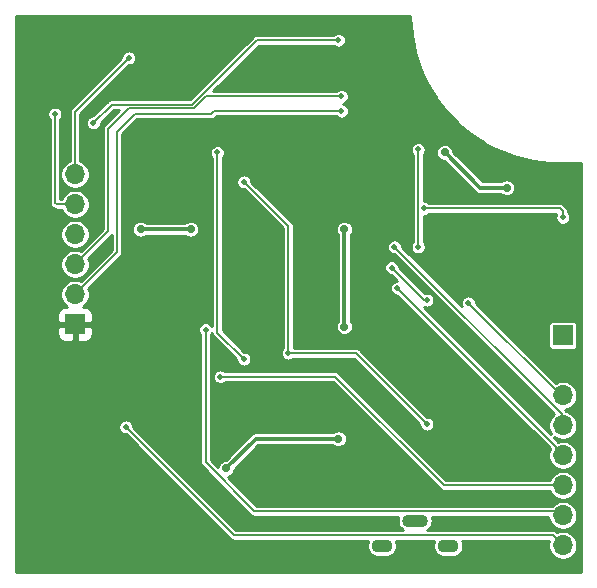
<source format=gbr>
G04 #@! TF.GenerationSoftware,KiCad,Pcbnew,(5.1.9)-1*
G04 #@! TF.CreationDate,2021-01-25T13:58:14-05:00*
G04 #@! TF.ProjectId,eWeatherStation,65576561-7468-4657-9253-746174696f6e,rev?*
G04 #@! TF.SameCoordinates,Original*
G04 #@! TF.FileFunction,Copper,L2,Bot*
G04 #@! TF.FilePolarity,Positive*
%FSLAX46Y46*%
G04 Gerber Fmt 4.6, Leading zero omitted, Abs format (unit mm)*
G04 Created by KiCad (PCBNEW (5.1.9)-1) date 2021-01-25 13:58:14*
%MOMM*%
%LPD*%
G01*
G04 APERTURE LIST*
G04 #@! TA.AperFunction,ComponentPad*
%ADD10O,2.200000X1.100000*%
G04 #@! TD*
G04 #@! TA.AperFunction,ComponentPad*
%ADD11O,1.800000X1.100000*%
G04 #@! TD*
G04 #@! TA.AperFunction,ComponentPad*
%ADD12O,1.700000X1.700000*%
G04 #@! TD*
G04 #@! TA.AperFunction,ComponentPad*
%ADD13R,1.700000X1.700000*%
G04 #@! TD*
G04 #@! TA.AperFunction,ViaPad*
%ADD14C,0.700000*%
G04 #@! TD*
G04 #@! TA.AperFunction,ViaPad*
%ADD15C,0.508000*%
G04 #@! TD*
G04 #@! TA.AperFunction,Conductor*
%ADD16C,0.350000*%
G04 #@! TD*
G04 #@! TA.AperFunction,Conductor*
%ADD17C,0.152400*%
G04 #@! TD*
G04 #@! TA.AperFunction,Conductor*
%ADD18C,0.254000*%
G04 #@! TD*
G04 #@! TA.AperFunction,Conductor*
%ADD19C,0.100000*%
G04 #@! TD*
G04 APERTURE END LIST*
D10*
X173500000Y-102675000D03*
D11*
X170700000Y-104825000D03*
X176300000Y-104825000D03*
D12*
X144700000Y-73360000D03*
X144700000Y-75900000D03*
X144700000Y-78440000D03*
X144700000Y-80980000D03*
X144700000Y-83520000D03*
D13*
X144700000Y-86060000D03*
X186000000Y-87000000D03*
D12*
X186000000Y-89540000D03*
X186000000Y-92080000D03*
X186000000Y-94620000D03*
X186000000Y-97160000D03*
X186000000Y-99700000D03*
X186000000Y-102240000D03*
X186000000Y-104780000D03*
D14*
X181250000Y-74500000D03*
X176000000Y-71500000D03*
X157500000Y-98250000D03*
X167000000Y-95750000D03*
X167500000Y-86250000D03*
X167500000Y-78000000D03*
X154500000Y-78000000D03*
X150250000Y-78000000D03*
D15*
X167250000Y-66750000D03*
X167250000Y-68000000D03*
X171500000Y-81250000D03*
X174500000Y-84000000D03*
X178000000Y-84250000D03*
X171750000Y-79500000D03*
X172000000Y-83000000D03*
X157000000Y-90500000D03*
X155750000Y-86500000D03*
X149000000Y-94750000D03*
X159000000Y-89000000D03*
X156750000Y-71500000D03*
X174500000Y-94500000D03*
X162750000Y-88500000D03*
X159000000Y-74000000D03*
D14*
X150250000Y-60750000D03*
X150250000Y-66499994D03*
X176750000Y-91500000D03*
D15*
X183000000Y-105500000D03*
X183000000Y-103000000D03*
X183000000Y-100750000D03*
X179000000Y-106250000D03*
X178750000Y-103000000D03*
X166250000Y-105500000D03*
X166250000Y-103000000D03*
X166250000Y-100500000D03*
X166000000Y-93500000D03*
X160000000Y-86500000D03*
X152250000Y-90500000D03*
X147750000Y-84250000D03*
X146250000Y-70500000D03*
X183500000Y-73750000D03*
X183250000Y-80500000D03*
X180000000Y-93250000D03*
X169500000Y-85750000D03*
X183250000Y-83250000D03*
X156500000Y-105500000D03*
X146500000Y-93500000D03*
X149500000Y-104250000D03*
X174250000Y-76250000D03*
X186000000Y-77000000D03*
X173750000Y-79500000D03*
X173750000Y-71250000D03*
X149250000Y-63500000D03*
X143000000Y-68250000D03*
X167000000Y-62000000D03*
X146250000Y-69000000D03*
D16*
X179000000Y-74500000D02*
X176000000Y-71500000D01*
X181250000Y-74500000D02*
X179000000Y-74500000D01*
X160000000Y-95750000D02*
X167000000Y-95750000D01*
X157500000Y-98250000D02*
X160000000Y-95750000D01*
X167500000Y-86250000D02*
X167500000Y-78000000D01*
X154500000Y-78000000D02*
X150250000Y-78000000D01*
D17*
X144700000Y-80980000D02*
X147500000Y-78180000D01*
X147500000Y-78180000D02*
X147500000Y-69500000D01*
X147500000Y-69500000D02*
X149250000Y-67750000D01*
X149250000Y-67750000D02*
X154750000Y-67750000D01*
X155750000Y-66750000D02*
X167250000Y-66750000D01*
X154750000Y-67750000D02*
X155750000Y-66750000D01*
X156500000Y-68000000D02*
X167250000Y-68000000D01*
X156250000Y-68250000D02*
X156500000Y-68000000D01*
X149750000Y-68250000D02*
X156250000Y-68250000D01*
X148250000Y-79970000D02*
X148250000Y-69750000D01*
X148250000Y-69750000D02*
X149750000Y-68250000D01*
X144700000Y-83520000D02*
X148250000Y-79970000D01*
X174250000Y-84000000D02*
X174500000Y-84000000D01*
X171500000Y-81250000D02*
X174250000Y-84000000D01*
X185830000Y-92080000D02*
X186000000Y-92080000D01*
X178000000Y-84250000D02*
X185830000Y-92080000D01*
X186000000Y-93750000D02*
X186000000Y-94620000D01*
X171750000Y-79500000D02*
X186000000Y-93750000D01*
X186000000Y-97000000D02*
X186000000Y-97160000D01*
X172000000Y-83000000D02*
X186000000Y-97000000D01*
X166750000Y-90500000D02*
X157000000Y-90500000D01*
X175950000Y-99700000D02*
X166750000Y-90500000D01*
X186000000Y-99700000D02*
X175950000Y-99700000D01*
X185656390Y-101896390D02*
X159896390Y-101896390D01*
X186000000Y-102240000D02*
X185656390Y-101896390D01*
X155750000Y-97750000D02*
X155750000Y-86500000D01*
X159896390Y-101896390D02*
X155750000Y-97750000D01*
X158180001Y-103930001D02*
X149000000Y-94750000D01*
X185150001Y-103930001D02*
X158180001Y-103930001D01*
X186000000Y-104780000D02*
X185150001Y-103930001D01*
X156750000Y-86750000D02*
X156750000Y-71500000D01*
X159000000Y-89000000D02*
X156750000Y-86750000D01*
X168500000Y-88500000D02*
X162750000Y-88500000D01*
X174500000Y-94500000D02*
X168500000Y-88500000D01*
X162750000Y-77750000D02*
X159000000Y-74000000D01*
X162750000Y-88500000D02*
X162750000Y-77750000D01*
D16*
X150250000Y-60750000D02*
X150250000Y-66499994D01*
D17*
X174250000Y-76250000D02*
X185750000Y-76250000D01*
X186000000Y-76500000D02*
X186000000Y-77000000D01*
X185750000Y-76250000D02*
X186000000Y-76500000D01*
X173750000Y-79500000D02*
X173750000Y-71250000D01*
X144700000Y-68050000D02*
X149250000Y-63500000D01*
X144700000Y-73360000D02*
X144700000Y-68050000D01*
X144700000Y-75900000D02*
X143150000Y-75900000D01*
X143000000Y-75750000D02*
X143000000Y-68250000D01*
X143150000Y-75900000D02*
X143000000Y-75750000D01*
X147804810Y-67445190D02*
X146250000Y-69000000D01*
X154623744Y-67445190D02*
X147804810Y-67445190D01*
X160068934Y-62000000D02*
X154623744Y-67445190D01*
X167000000Y-62000000D02*
X160068934Y-62000000D01*
D18*
X173013000Y-59934341D02*
X173025504Y-59938116D01*
X173037042Y-59944251D01*
X173047162Y-59952505D01*
X173055491Y-59962573D01*
X173061704Y-59974064D01*
X173065566Y-59986540D01*
X173069440Y-60023396D01*
X173071367Y-60103079D01*
X173071904Y-60109697D01*
X173072786Y-60129117D01*
X173190307Y-61513401D01*
X173191368Y-61520854D01*
X173191841Y-61528365D01*
X173197195Y-61561781D01*
X173470665Y-62923863D01*
X173472562Y-62931145D01*
X173473883Y-62938558D01*
X173482985Y-62971153D01*
X173908889Y-64293521D01*
X173911602Y-64300550D01*
X173913751Y-64307758D01*
X173926484Y-64339113D01*
X174499347Y-65604766D01*
X174502837Y-65611442D01*
X174505789Y-65618361D01*
X174521990Y-65648073D01*
X175234446Y-66840741D01*
X175238667Y-66846975D01*
X175242385Y-66853519D01*
X175261828Y-66881180D01*
X175261846Y-66881207D01*
X175261853Y-66881215D01*
X176104737Y-67985555D01*
X176109635Y-67991269D01*
X176114072Y-67997353D01*
X176136541Y-68022659D01*
X177099029Y-69024491D01*
X177104547Y-69029618D01*
X177109640Y-69035156D01*
X177134829Y-69057756D01*
X178204540Y-69944191D01*
X178210604Y-69948661D01*
X178216290Y-69953586D01*
X178243876Y-69973189D01*
X179407060Y-70732831D01*
X179413585Y-70736583D01*
X179419796Y-70740835D01*
X179449407Y-70757179D01*
X179449426Y-70757190D01*
X179449433Y-70757193D01*
X180691123Y-71380273D01*
X180698033Y-71383263D01*
X180704686Y-71386785D01*
X180735975Y-71399680D01*
X182040228Y-71878193D01*
X182047431Y-71880381D01*
X182054439Y-71883127D01*
X182086987Y-71892397D01*
X183437024Y-72220189D01*
X183444429Y-72221548D01*
X183451704Y-72223483D01*
X183485091Y-72229009D01*
X184863559Y-72401866D01*
X184871079Y-72402378D01*
X184878516Y-72403476D01*
X184912315Y-72405187D01*
X186280941Y-72420653D01*
X186281550Y-72420718D01*
X187477102Y-72430821D01*
X187513000Y-72434341D01*
X187525504Y-72438116D01*
X187537042Y-72444251D01*
X187547162Y-72452505D01*
X187555491Y-72462573D01*
X187561704Y-72474064D01*
X187565566Y-72486540D01*
X187569001Y-72519221D01*
X187569000Y-106978923D01*
X187565659Y-107013001D01*
X187561884Y-107025503D01*
X187555749Y-107037042D01*
X187547496Y-107047161D01*
X187537424Y-107055493D01*
X187525939Y-107061703D01*
X187513459Y-107065566D01*
X187480790Y-107069000D01*
X139771077Y-107069000D01*
X139736999Y-107065659D01*
X139724497Y-107061884D01*
X139712958Y-107055749D01*
X139702839Y-107047496D01*
X139694507Y-107037424D01*
X139688297Y-107025939D01*
X139684434Y-107013459D01*
X139681000Y-106980790D01*
X139681000Y-94687458D01*
X148365000Y-94687458D01*
X148365000Y-94812542D01*
X148389403Y-94935223D01*
X148437271Y-95050785D01*
X148506764Y-95154789D01*
X148595211Y-95243236D01*
X148699215Y-95312729D01*
X148814777Y-95360597D01*
X148937458Y-95385000D01*
X148988423Y-95385000D01*
X157840830Y-104237408D01*
X157855148Y-104254854D01*
X157924765Y-104311988D01*
X158004192Y-104354442D01*
X158090374Y-104380586D01*
X158157541Y-104387201D01*
X158157551Y-104387201D01*
X158180001Y-104389412D01*
X158202451Y-104387201D01*
X169528360Y-104387201D01*
X169485707Y-104466998D01*
X169432471Y-104642492D01*
X169414496Y-104825000D01*
X169432471Y-105007508D01*
X169485707Y-105183002D01*
X169572157Y-105344738D01*
X169688499Y-105486501D01*
X169830262Y-105602843D01*
X169991998Y-105689293D01*
X170167492Y-105742529D01*
X170304269Y-105756000D01*
X171095731Y-105756000D01*
X171232508Y-105742529D01*
X171408002Y-105689293D01*
X171569738Y-105602843D01*
X171711501Y-105486501D01*
X171827843Y-105344738D01*
X171914293Y-105183002D01*
X171967529Y-105007508D01*
X171985504Y-104825000D01*
X171967529Y-104642492D01*
X171914293Y-104466998D01*
X171871640Y-104387201D01*
X175128360Y-104387201D01*
X175085707Y-104466998D01*
X175032471Y-104642492D01*
X175014496Y-104825000D01*
X175032471Y-105007508D01*
X175085707Y-105183002D01*
X175172157Y-105344738D01*
X175288499Y-105486501D01*
X175430262Y-105602843D01*
X175591998Y-105689293D01*
X175767492Y-105742529D01*
X175904269Y-105756000D01*
X176695731Y-105756000D01*
X176832508Y-105742529D01*
X177008002Y-105689293D01*
X177169738Y-105602843D01*
X177311501Y-105486501D01*
X177427843Y-105344738D01*
X177514293Y-105183002D01*
X177567529Y-105007508D01*
X177585504Y-104825000D01*
X177567529Y-104642492D01*
X177514293Y-104466998D01*
X177471640Y-104387201D01*
X184830278Y-104387201D01*
X184816307Y-104420931D01*
X184769000Y-104658757D01*
X184769000Y-104901243D01*
X184816307Y-105139069D01*
X184909102Y-105363097D01*
X185043820Y-105564717D01*
X185215283Y-105736180D01*
X185416903Y-105870898D01*
X185640931Y-105963693D01*
X185878757Y-106011000D01*
X186121243Y-106011000D01*
X186359069Y-105963693D01*
X186583097Y-105870898D01*
X186784717Y-105736180D01*
X186956180Y-105564717D01*
X187090898Y-105363097D01*
X187183693Y-105139069D01*
X187231000Y-104901243D01*
X187231000Y-104658757D01*
X187183693Y-104420931D01*
X187090898Y-104196903D01*
X186956180Y-103995283D01*
X186784717Y-103823820D01*
X186583097Y-103689102D01*
X186359069Y-103596307D01*
X186121243Y-103549000D01*
X185878757Y-103549000D01*
X185640931Y-103596307D01*
X185515033Y-103648456D01*
X185489175Y-103622598D01*
X185474854Y-103605148D01*
X185405237Y-103548014D01*
X185325810Y-103505560D01*
X185239628Y-103479416D01*
X185172461Y-103472801D01*
X185172451Y-103472801D01*
X185150001Y-103470590D01*
X185127551Y-103472801D01*
X174532399Y-103472801D01*
X174569738Y-103452843D01*
X174711501Y-103336501D01*
X174827843Y-103194738D01*
X174914293Y-103033002D01*
X174967529Y-102857508D01*
X174985504Y-102675000D01*
X174967529Y-102492492D01*
X174925393Y-102353590D01*
X184769000Y-102353590D01*
X184769000Y-102361243D01*
X184816307Y-102599069D01*
X184909102Y-102823097D01*
X185043820Y-103024717D01*
X185215283Y-103196180D01*
X185416903Y-103330898D01*
X185640931Y-103423693D01*
X185878757Y-103471000D01*
X186121243Y-103471000D01*
X186359069Y-103423693D01*
X186583097Y-103330898D01*
X186784717Y-103196180D01*
X186956180Y-103024717D01*
X187090898Y-102823097D01*
X187183693Y-102599069D01*
X187231000Y-102361243D01*
X187231000Y-102118757D01*
X187183693Y-101880931D01*
X187090898Y-101656903D01*
X186956180Y-101455283D01*
X186784717Y-101283820D01*
X186583097Y-101149102D01*
X186359069Y-101056307D01*
X186121243Y-101009000D01*
X185878757Y-101009000D01*
X185640931Y-101056307D01*
X185416903Y-101149102D01*
X185215283Y-101283820D01*
X185059913Y-101439190D01*
X160085768Y-101439190D01*
X157618356Y-98971779D01*
X157713225Y-98952908D01*
X157846258Y-98897804D01*
X157965985Y-98817805D01*
X158067805Y-98715985D01*
X158147804Y-98596258D01*
X158202908Y-98463225D01*
X158231000Y-98321997D01*
X158231000Y-98305301D01*
X160230302Y-96306000D01*
X166522210Y-96306000D01*
X166534015Y-96317805D01*
X166653742Y-96397804D01*
X166786775Y-96452908D01*
X166928003Y-96481000D01*
X167071997Y-96481000D01*
X167213225Y-96452908D01*
X167346258Y-96397804D01*
X167465985Y-96317805D01*
X167567805Y-96215985D01*
X167647804Y-96096258D01*
X167702908Y-95963225D01*
X167731000Y-95821997D01*
X167731000Y-95678003D01*
X167702908Y-95536775D01*
X167647804Y-95403742D01*
X167567805Y-95284015D01*
X167465985Y-95182195D01*
X167346258Y-95102196D01*
X167213225Y-95047092D01*
X167071997Y-95019000D01*
X166928003Y-95019000D01*
X166786775Y-95047092D01*
X166653742Y-95102196D01*
X166534015Y-95182195D01*
X166522210Y-95194000D01*
X160027304Y-95194000D01*
X160000000Y-95191311D01*
X159972695Y-95194000D01*
X159972688Y-95194000D01*
X159891005Y-95202045D01*
X159786199Y-95233838D01*
X159689608Y-95285466D01*
X159604947Y-95354947D01*
X159587535Y-95376163D01*
X157444699Y-97519000D01*
X157428003Y-97519000D01*
X157286775Y-97547092D01*
X157153742Y-97602196D01*
X157034015Y-97682195D01*
X156932195Y-97784015D01*
X156852196Y-97903742D01*
X156797092Y-98036775D01*
X156778221Y-98131644D01*
X156207200Y-97560623D01*
X156207200Y-90437458D01*
X156365000Y-90437458D01*
X156365000Y-90562542D01*
X156389403Y-90685223D01*
X156437271Y-90800785D01*
X156506764Y-90904789D01*
X156595211Y-90993236D01*
X156699215Y-91062729D01*
X156814777Y-91110597D01*
X156937458Y-91135000D01*
X157062542Y-91135000D01*
X157185223Y-91110597D01*
X157300785Y-91062729D01*
X157404789Y-90993236D01*
X157440825Y-90957200D01*
X166560623Y-90957200D01*
X175610830Y-100007408D01*
X175625147Y-100024853D01*
X175642592Y-100039170D01*
X175694764Y-100081987D01*
X175774190Y-100124441D01*
X175794249Y-100130526D01*
X175860373Y-100150585D01*
X175927540Y-100157200D01*
X175927550Y-100157200D01*
X175950000Y-100159411D01*
X175972450Y-100157200D01*
X184856954Y-100157200D01*
X184909102Y-100283097D01*
X185043820Y-100484717D01*
X185215283Y-100656180D01*
X185416903Y-100790898D01*
X185640931Y-100883693D01*
X185878757Y-100931000D01*
X186121243Y-100931000D01*
X186359069Y-100883693D01*
X186583097Y-100790898D01*
X186784717Y-100656180D01*
X186956180Y-100484717D01*
X187090898Y-100283097D01*
X187183693Y-100059069D01*
X187231000Y-99821243D01*
X187231000Y-99578757D01*
X187183693Y-99340931D01*
X187090898Y-99116903D01*
X186956180Y-98915283D01*
X186784717Y-98743820D01*
X186583097Y-98609102D01*
X186359069Y-98516307D01*
X186121243Y-98469000D01*
X185878757Y-98469000D01*
X185640931Y-98516307D01*
X185416903Y-98609102D01*
X185215283Y-98743820D01*
X185043820Y-98915283D01*
X184909102Y-99116903D01*
X184856954Y-99242800D01*
X176139378Y-99242800D01*
X167089174Y-90192597D01*
X167074853Y-90175147D01*
X167005236Y-90118013D01*
X166925809Y-90075559D01*
X166839627Y-90049415D01*
X166772460Y-90042800D01*
X166772450Y-90042800D01*
X166750000Y-90040589D01*
X166727550Y-90042800D01*
X157440825Y-90042800D01*
X157404789Y-90006764D01*
X157300785Y-89937271D01*
X157185223Y-89889403D01*
X157062542Y-89865000D01*
X156937458Y-89865000D01*
X156814777Y-89889403D01*
X156699215Y-89937271D01*
X156595211Y-90006764D01*
X156506764Y-90095211D01*
X156437271Y-90199215D01*
X156389403Y-90314777D01*
X156365000Y-90437458D01*
X156207200Y-90437458D01*
X156207200Y-86940825D01*
X156243236Y-86904789D01*
X156297791Y-86823141D01*
X156299415Y-86839626D01*
X156325559Y-86925808D01*
X156368013Y-87005235D01*
X156425147Y-87074853D01*
X156442597Y-87089174D01*
X158365000Y-89011579D01*
X158365000Y-89062542D01*
X158389403Y-89185223D01*
X158437271Y-89300785D01*
X158506764Y-89404789D01*
X158595211Y-89493236D01*
X158699215Y-89562729D01*
X158814777Y-89610597D01*
X158937458Y-89635000D01*
X159062542Y-89635000D01*
X159185223Y-89610597D01*
X159300785Y-89562729D01*
X159404789Y-89493236D01*
X159493236Y-89404789D01*
X159562729Y-89300785D01*
X159610597Y-89185223D01*
X159635000Y-89062542D01*
X159635000Y-88937458D01*
X159610597Y-88814777D01*
X159562729Y-88699215D01*
X159493236Y-88595211D01*
X159404789Y-88506764D01*
X159300785Y-88437271D01*
X159185223Y-88389403D01*
X159062542Y-88365000D01*
X159011579Y-88365000D01*
X157207200Y-86560623D01*
X157207200Y-73937458D01*
X158365000Y-73937458D01*
X158365000Y-74062542D01*
X158389403Y-74185223D01*
X158437271Y-74300785D01*
X158506764Y-74404789D01*
X158595211Y-74493236D01*
X158699215Y-74562729D01*
X158814777Y-74610597D01*
X158937458Y-74635000D01*
X158988423Y-74635000D01*
X162292801Y-77939379D01*
X162292800Y-88059175D01*
X162256764Y-88095211D01*
X162187271Y-88199215D01*
X162139403Y-88314777D01*
X162115000Y-88437458D01*
X162115000Y-88562542D01*
X162139403Y-88685223D01*
X162187271Y-88800785D01*
X162256764Y-88904789D01*
X162345211Y-88993236D01*
X162449215Y-89062729D01*
X162564777Y-89110597D01*
X162687458Y-89135000D01*
X162812542Y-89135000D01*
X162935223Y-89110597D01*
X163050785Y-89062729D01*
X163154789Y-88993236D01*
X163190825Y-88957200D01*
X168310623Y-88957200D01*
X173865000Y-94511578D01*
X173865000Y-94562542D01*
X173889403Y-94685223D01*
X173937271Y-94800785D01*
X174006764Y-94904789D01*
X174095211Y-94993236D01*
X174199215Y-95062729D01*
X174314777Y-95110597D01*
X174437458Y-95135000D01*
X174562542Y-95135000D01*
X174685223Y-95110597D01*
X174800785Y-95062729D01*
X174904789Y-94993236D01*
X174993236Y-94904789D01*
X175062729Y-94800785D01*
X175110597Y-94685223D01*
X175135000Y-94562542D01*
X175135000Y-94437458D01*
X175110597Y-94314777D01*
X175062729Y-94199215D01*
X174993236Y-94095211D01*
X174904789Y-94006764D01*
X174800785Y-93937271D01*
X174685223Y-93889403D01*
X174562542Y-93865000D01*
X174511578Y-93865000D01*
X168839174Y-88192597D01*
X168824853Y-88175147D01*
X168755236Y-88118013D01*
X168675809Y-88075559D01*
X168589627Y-88049415D01*
X168522460Y-88042800D01*
X168522450Y-88042800D01*
X168500000Y-88040589D01*
X168477550Y-88042800D01*
X163207200Y-88042800D01*
X163207200Y-77928003D01*
X166769000Y-77928003D01*
X166769000Y-78071997D01*
X166797092Y-78213225D01*
X166852196Y-78346258D01*
X166932195Y-78465985D01*
X166944001Y-78477791D01*
X166944000Y-85772210D01*
X166932195Y-85784015D01*
X166852196Y-85903742D01*
X166797092Y-86036775D01*
X166769000Y-86178003D01*
X166769000Y-86321997D01*
X166797092Y-86463225D01*
X166852196Y-86596258D01*
X166932195Y-86715985D01*
X167034015Y-86817805D01*
X167153742Y-86897804D01*
X167286775Y-86952908D01*
X167428003Y-86981000D01*
X167571997Y-86981000D01*
X167713225Y-86952908D01*
X167846258Y-86897804D01*
X167965985Y-86817805D01*
X168067805Y-86715985D01*
X168147804Y-86596258D01*
X168202908Y-86463225D01*
X168231000Y-86321997D01*
X168231000Y-86178003D01*
X168202908Y-86036775D01*
X168147804Y-85903742D01*
X168067805Y-85784015D01*
X168056000Y-85772210D01*
X168056000Y-81187458D01*
X170865000Y-81187458D01*
X170865000Y-81312542D01*
X170889403Y-81435223D01*
X170937271Y-81550785D01*
X171006764Y-81654789D01*
X171095211Y-81743236D01*
X171199215Y-81812729D01*
X171314777Y-81860597D01*
X171437458Y-81885000D01*
X171488423Y-81885000D01*
X171968423Y-82365000D01*
X171937458Y-82365000D01*
X171814777Y-82389403D01*
X171699215Y-82437271D01*
X171595211Y-82506764D01*
X171506764Y-82595211D01*
X171437271Y-82699215D01*
X171389403Y-82814777D01*
X171365000Y-82937458D01*
X171365000Y-83062542D01*
X171389403Y-83185223D01*
X171437271Y-83300785D01*
X171506764Y-83404789D01*
X171595211Y-83493236D01*
X171699215Y-83562729D01*
X171814777Y-83610597D01*
X171937458Y-83635000D01*
X171988423Y-83635000D01*
X184917603Y-96564181D01*
X184909102Y-96576903D01*
X184816307Y-96800931D01*
X184769000Y-97038757D01*
X184769000Y-97281243D01*
X184816307Y-97519069D01*
X184909102Y-97743097D01*
X185043820Y-97944717D01*
X185215283Y-98116180D01*
X185416903Y-98250898D01*
X185640931Y-98343693D01*
X185878757Y-98391000D01*
X186121243Y-98391000D01*
X186359069Y-98343693D01*
X186583097Y-98250898D01*
X186784717Y-98116180D01*
X186956180Y-97944717D01*
X187090898Y-97743097D01*
X187183693Y-97519069D01*
X187231000Y-97281243D01*
X187231000Y-97038757D01*
X187183693Y-96800931D01*
X187090898Y-96576903D01*
X186956180Y-96375283D01*
X186784717Y-96203820D01*
X186583097Y-96069102D01*
X186359069Y-95976307D01*
X186121243Y-95929000D01*
X185878757Y-95929000D01*
X185640931Y-95976307D01*
X185628170Y-95981593D01*
X185237810Y-95591232D01*
X185416903Y-95710898D01*
X185640931Y-95803693D01*
X185878757Y-95851000D01*
X186121243Y-95851000D01*
X186359069Y-95803693D01*
X186583097Y-95710898D01*
X186784717Y-95576180D01*
X186956180Y-95404717D01*
X187090898Y-95203097D01*
X187183693Y-94979069D01*
X187231000Y-94741243D01*
X187231000Y-94498757D01*
X187183693Y-94260931D01*
X187090898Y-94036903D01*
X186956180Y-93835283D01*
X186784717Y-93663820D01*
X186583097Y-93529102D01*
X186359069Y-93436307D01*
X186329123Y-93430350D01*
X186324853Y-93425147D01*
X186307409Y-93410831D01*
X186193254Y-93296676D01*
X186359069Y-93263693D01*
X186583097Y-93170898D01*
X186784717Y-93036180D01*
X186956180Y-92864717D01*
X187090898Y-92663097D01*
X187183693Y-92439069D01*
X187231000Y-92201243D01*
X187231000Y-91958757D01*
X187183693Y-91720931D01*
X187090898Y-91496903D01*
X186956180Y-91295283D01*
X186784717Y-91123820D01*
X186583097Y-90989102D01*
X186359069Y-90896307D01*
X186121243Y-90849000D01*
X185878757Y-90849000D01*
X185640931Y-90896307D01*
X185416903Y-90989102D01*
X185398186Y-91001608D01*
X180546578Y-86150000D01*
X184767157Y-86150000D01*
X184767157Y-87850000D01*
X184774513Y-87924689D01*
X184796299Y-87996508D01*
X184831678Y-88062696D01*
X184879289Y-88120711D01*
X184937304Y-88168322D01*
X185003492Y-88203701D01*
X185075311Y-88225487D01*
X185150000Y-88232843D01*
X186850000Y-88232843D01*
X186924689Y-88225487D01*
X186996508Y-88203701D01*
X187062696Y-88168322D01*
X187120711Y-88120711D01*
X187168322Y-88062696D01*
X187203701Y-87996508D01*
X187225487Y-87924689D01*
X187232843Y-87850000D01*
X187232843Y-86150000D01*
X187225487Y-86075311D01*
X187203701Y-86003492D01*
X187168322Y-85937304D01*
X187120711Y-85879289D01*
X187062696Y-85831678D01*
X186996508Y-85796299D01*
X186924689Y-85774513D01*
X186850000Y-85767157D01*
X185150000Y-85767157D01*
X185075311Y-85774513D01*
X185003492Y-85796299D01*
X184937304Y-85831678D01*
X184879289Y-85879289D01*
X184831678Y-85937304D01*
X184796299Y-86003492D01*
X184774513Y-86075311D01*
X184767157Y-86150000D01*
X180546578Y-86150000D01*
X178635000Y-84238423D01*
X178635000Y-84187458D01*
X178610597Y-84064777D01*
X178562729Y-83949215D01*
X178493236Y-83845211D01*
X178404789Y-83756764D01*
X178300785Y-83687271D01*
X178185223Y-83639403D01*
X178062542Y-83615000D01*
X177937458Y-83615000D01*
X177814777Y-83639403D01*
X177699215Y-83687271D01*
X177595211Y-83756764D01*
X177506764Y-83845211D01*
X177437271Y-83949215D01*
X177389403Y-84064777D01*
X177365000Y-84187458D01*
X177365000Y-84312542D01*
X177389403Y-84435223D01*
X177430135Y-84533558D01*
X172385000Y-79488423D01*
X172385000Y-79437458D01*
X172360597Y-79314777D01*
X172312729Y-79199215D01*
X172243236Y-79095211D01*
X172154789Y-79006764D01*
X172050785Y-78937271D01*
X171935223Y-78889403D01*
X171812542Y-78865000D01*
X171687458Y-78865000D01*
X171564777Y-78889403D01*
X171449215Y-78937271D01*
X171345211Y-79006764D01*
X171256764Y-79095211D01*
X171187271Y-79199215D01*
X171139403Y-79314777D01*
X171115000Y-79437458D01*
X171115000Y-79562542D01*
X171139403Y-79685223D01*
X171187271Y-79800785D01*
X171256764Y-79904789D01*
X171345211Y-79993236D01*
X171449215Y-80062729D01*
X171564777Y-80110597D01*
X171687458Y-80135000D01*
X171738423Y-80135000D01*
X185246430Y-93643008D01*
X185215283Y-93663820D01*
X185043820Y-93835283D01*
X184909102Y-94036903D01*
X184816307Y-94260931D01*
X184769000Y-94498757D01*
X184769000Y-94741243D01*
X184816307Y-94979069D01*
X184909102Y-95203097D01*
X185028768Y-95382190D01*
X174216442Y-84569865D01*
X174314777Y-84610597D01*
X174437458Y-84635000D01*
X174562542Y-84635000D01*
X174685223Y-84610597D01*
X174800785Y-84562729D01*
X174904789Y-84493236D01*
X174993236Y-84404789D01*
X175062729Y-84300785D01*
X175110597Y-84185223D01*
X175135000Y-84062542D01*
X175135000Y-83937458D01*
X175110597Y-83814777D01*
X175062729Y-83699215D01*
X174993236Y-83595211D01*
X174904789Y-83506764D01*
X174800785Y-83437271D01*
X174685223Y-83389403D01*
X174562542Y-83365000D01*
X174437458Y-83365000D01*
X174314777Y-83389403D01*
X174294415Y-83397837D01*
X172135000Y-81238423D01*
X172135000Y-81187458D01*
X172110597Y-81064777D01*
X172062729Y-80949215D01*
X171993236Y-80845211D01*
X171904789Y-80756764D01*
X171800785Y-80687271D01*
X171685223Y-80639403D01*
X171562542Y-80615000D01*
X171437458Y-80615000D01*
X171314777Y-80639403D01*
X171199215Y-80687271D01*
X171095211Y-80756764D01*
X171006764Y-80845211D01*
X170937271Y-80949215D01*
X170889403Y-81064777D01*
X170865000Y-81187458D01*
X168056000Y-81187458D01*
X168056000Y-78477790D01*
X168067805Y-78465985D01*
X168147804Y-78346258D01*
X168202908Y-78213225D01*
X168231000Y-78071997D01*
X168231000Y-77928003D01*
X168202908Y-77786775D01*
X168147804Y-77653742D01*
X168067805Y-77534015D01*
X167965985Y-77432195D01*
X167846258Y-77352196D01*
X167713225Y-77297092D01*
X167571997Y-77269000D01*
X167428003Y-77269000D01*
X167286775Y-77297092D01*
X167153742Y-77352196D01*
X167034015Y-77432195D01*
X166932195Y-77534015D01*
X166852196Y-77653742D01*
X166797092Y-77786775D01*
X166769000Y-77928003D01*
X163207200Y-77928003D01*
X163207200Y-77772450D01*
X163209411Y-77750000D01*
X163207200Y-77727550D01*
X163207200Y-77727540D01*
X163200585Y-77660373D01*
X163174441Y-77574191D01*
X163131987Y-77494764D01*
X163095730Y-77450585D01*
X163089170Y-77442592D01*
X163074853Y-77425147D01*
X163057408Y-77410830D01*
X159635000Y-73988423D01*
X159635000Y-73937458D01*
X159610597Y-73814777D01*
X159562729Y-73699215D01*
X159493236Y-73595211D01*
X159404789Y-73506764D01*
X159300785Y-73437271D01*
X159185223Y-73389403D01*
X159062542Y-73365000D01*
X158937458Y-73365000D01*
X158814777Y-73389403D01*
X158699215Y-73437271D01*
X158595211Y-73506764D01*
X158506764Y-73595211D01*
X158437271Y-73699215D01*
X158389403Y-73814777D01*
X158365000Y-73937458D01*
X157207200Y-73937458D01*
X157207200Y-71940825D01*
X157243236Y-71904789D01*
X157312729Y-71800785D01*
X157360597Y-71685223D01*
X157385000Y-71562542D01*
X157385000Y-71437458D01*
X157360597Y-71314777D01*
X157312729Y-71199215D01*
X157304874Y-71187458D01*
X173115000Y-71187458D01*
X173115000Y-71312542D01*
X173139403Y-71435223D01*
X173187271Y-71550785D01*
X173256764Y-71654789D01*
X173292801Y-71690826D01*
X173292800Y-79059175D01*
X173256764Y-79095211D01*
X173187271Y-79199215D01*
X173139403Y-79314777D01*
X173115000Y-79437458D01*
X173115000Y-79562542D01*
X173139403Y-79685223D01*
X173187271Y-79800785D01*
X173256764Y-79904789D01*
X173345211Y-79993236D01*
X173449215Y-80062729D01*
X173564777Y-80110597D01*
X173687458Y-80135000D01*
X173812542Y-80135000D01*
X173935223Y-80110597D01*
X174050785Y-80062729D01*
X174154789Y-79993236D01*
X174243236Y-79904789D01*
X174312729Y-79800785D01*
X174360597Y-79685223D01*
X174385000Y-79562542D01*
X174385000Y-79437458D01*
X174360597Y-79314777D01*
X174312729Y-79199215D01*
X174243236Y-79095211D01*
X174207200Y-79059175D01*
X174207200Y-76885000D01*
X174312542Y-76885000D01*
X174435223Y-76860597D01*
X174550785Y-76812729D01*
X174654789Y-76743236D01*
X174690825Y-76707200D01*
X185433963Y-76707200D01*
X185389403Y-76814777D01*
X185365000Y-76937458D01*
X185365000Y-77062542D01*
X185389403Y-77185223D01*
X185437271Y-77300785D01*
X185506764Y-77404789D01*
X185595211Y-77493236D01*
X185699215Y-77562729D01*
X185814777Y-77610597D01*
X185937458Y-77635000D01*
X186062542Y-77635000D01*
X186185223Y-77610597D01*
X186300785Y-77562729D01*
X186404789Y-77493236D01*
X186493236Y-77404789D01*
X186562729Y-77300785D01*
X186610597Y-77185223D01*
X186635000Y-77062542D01*
X186635000Y-76937458D01*
X186610597Y-76814777D01*
X186562729Y-76699215D01*
X186493236Y-76595211D01*
X186457200Y-76559175D01*
X186457200Y-76522449D01*
X186459411Y-76499999D01*
X186457200Y-76477549D01*
X186457200Y-76477540D01*
X186450585Y-76410373D01*
X186424441Y-76324191D01*
X186381987Y-76244764D01*
X186324853Y-76175147D01*
X186307404Y-76160827D01*
X186089174Y-75942597D01*
X186074853Y-75925147D01*
X186005236Y-75868013D01*
X185925809Y-75825559D01*
X185839627Y-75799415D01*
X185772460Y-75792800D01*
X185772450Y-75792800D01*
X185750000Y-75790589D01*
X185727550Y-75792800D01*
X174690825Y-75792800D01*
X174654789Y-75756764D01*
X174550785Y-75687271D01*
X174435223Y-75639403D01*
X174312542Y-75615000D01*
X174207200Y-75615000D01*
X174207200Y-71690825D01*
X174243236Y-71654789D01*
X174312729Y-71550785D01*
X174360597Y-71435223D01*
X174362033Y-71428003D01*
X175269000Y-71428003D01*
X175269000Y-71571997D01*
X175297092Y-71713225D01*
X175352196Y-71846258D01*
X175432195Y-71965985D01*
X175534015Y-72067805D01*
X175653742Y-72147804D01*
X175786775Y-72202908D01*
X175928003Y-72231000D01*
X175944699Y-72231000D01*
X178587540Y-74873843D01*
X178604947Y-74895053D01*
X178626157Y-74912460D01*
X178626161Y-74912464D01*
X178689608Y-74964534D01*
X178786198Y-75016162D01*
X178891005Y-75047955D01*
X178972688Y-75056000D01*
X178972695Y-75056000D01*
X179000000Y-75058689D01*
X179027305Y-75056000D01*
X180772210Y-75056000D01*
X180784015Y-75067805D01*
X180903742Y-75147804D01*
X181036775Y-75202908D01*
X181178003Y-75231000D01*
X181321997Y-75231000D01*
X181463225Y-75202908D01*
X181596258Y-75147804D01*
X181715985Y-75067805D01*
X181817805Y-74965985D01*
X181897804Y-74846258D01*
X181952908Y-74713225D01*
X181981000Y-74571997D01*
X181981000Y-74428003D01*
X181952908Y-74286775D01*
X181897804Y-74153742D01*
X181817805Y-74034015D01*
X181715985Y-73932195D01*
X181596258Y-73852196D01*
X181463225Y-73797092D01*
X181321997Y-73769000D01*
X181178003Y-73769000D01*
X181036775Y-73797092D01*
X180903742Y-73852196D01*
X180784015Y-73932195D01*
X180772210Y-73944000D01*
X179230303Y-73944000D01*
X176731000Y-71444699D01*
X176731000Y-71428003D01*
X176702908Y-71286775D01*
X176647804Y-71153742D01*
X176567805Y-71034015D01*
X176465985Y-70932195D01*
X176346258Y-70852196D01*
X176213225Y-70797092D01*
X176071997Y-70769000D01*
X175928003Y-70769000D01*
X175786775Y-70797092D01*
X175653742Y-70852196D01*
X175534015Y-70932195D01*
X175432195Y-71034015D01*
X175352196Y-71153742D01*
X175297092Y-71286775D01*
X175269000Y-71428003D01*
X174362033Y-71428003D01*
X174385000Y-71312542D01*
X174385000Y-71187458D01*
X174360597Y-71064777D01*
X174312729Y-70949215D01*
X174243236Y-70845211D01*
X174154789Y-70756764D01*
X174050785Y-70687271D01*
X173935223Y-70639403D01*
X173812542Y-70615000D01*
X173687458Y-70615000D01*
X173564777Y-70639403D01*
X173449215Y-70687271D01*
X173345211Y-70756764D01*
X173256764Y-70845211D01*
X173187271Y-70949215D01*
X173139403Y-71064777D01*
X173115000Y-71187458D01*
X157304874Y-71187458D01*
X157243236Y-71095211D01*
X157154789Y-71006764D01*
X157050785Y-70937271D01*
X156935223Y-70889403D01*
X156812542Y-70865000D01*
X156687458Y-70865000D01*
X156564777Y-70889403D01*
X156449215Y-70937271D01*
X156345211Y-71006764D01*
X156256764Y-71095211D01*
X156187271Y-71199215D01*
X156139403Y-71314777D01*
X156115000Y-71437458D01*
X156115000Y-71562542D01*
X156139403Y-71685223D01*
X156187271Y-71800785D01*
X156256764Y-71904789D01*
X156292801Y-71940826D01*
X156292800Y-86169389D01*
X156243236Y-86095211D01*
X156154789Y-86006764D01*
X156050785Y-85937271D01*
X155935223Y-85889403D01*
X155812542Y-85865000D01*
X155687458Y-85865000D01*
X155564777Y-85889403D01*
X155449215Y-85937271D01*
X155345211Y-86006764D01*
X155256764Y-86095211D01*
X155187271Y-86199215D01*
X155139403Y-86314777D01*
X155115000Y-86437458D01*
X155115000Y-86562542D01*
X155139403Y-86685223D01*
X155187271Y-86800785D01*
X155256764Y-86904789D01*
X155292801Y-86940826D01*
X155292800Y-97727550D01*
X155290589Y-97750000D01*
X155292800Y-97772450D01*
X155292800Y-97772459D01*
X155299415Y-97839626D01*
X155325559Y-97925808D01*
X155368013Y-98005235D01*
X155425147Y-98074853D01*
X155442597Y-98089174D01*
X159557219Y-102203797D01*
X159571537Y-102221243D01*
X159641154Y-102278377D01*
X159720581Y-102320831D01*
X159806763Y-102346975D01*
X159873930Y-102353590D01*
X159873940Y-102353590D01*
X159896390Y-102355801D01*
X159918840Y-102353590D01*
X172074607Y-102353590D01*
X172032471Y-102492492D01*
X172014496Y-102675000D01*
X172032471Y-102857508D01*
X172085707Y-103033002D01*
X172172157Y-103194738D01*
X172288499Y-103336501D01*
X172430262Y-103452843D01*
X172467601Y-103472801D01*
X158369379Y-103472801D01*
X149635000Y-94738423D01*
X149635000Y-94687458D01*
X149610597Y-94564777D01*
X149562729Y-94449215D01*
X149493236Y-94345211D01*
X149404789Y-94256764D01*
X149300785Y-94187271D01*
X149185223Y-94139403D01*
X149062542Y-94115000D01*
X148937458Y-94115000D01*
X148814777Y-94139403D01*
X148699215Y-94187271D01*
X148595211Y-94256764D01*
X148506764Y-94345211D01*
X148437271Y-94449215D01*
X148389403Y-94564777D01*
X148365000Y-94687458D01*
X139681000Y-94687458D01*
X139681000Y-86910000D01*
X143211928Y-86910000D01*
X143224188Y-87034482D01*
X143260498Y-87154180D01*
X143319463Y-87264494D01*
X143398815Y-87361185D01*
X143495506Y-87440537D01*
X143605820Y-87499502D01*
X143725518Y-87535812D01*
X143850000Y-87548072D01*
X144414250Y-87545000D01*
X144573000Y-87386250D01*
X144573000Y-86187000D01*
X144827000Y-86187000D01*
X144827000Y-87386250D01*
X144985750Y-87545000D01*
X145550000Y-87548072D01*
X145674482Y-87535812D01*
X145794180Y-87499502D01*
X145904494Y-87440537D01*
X146001185Y-87361185D01*
X146080537Y-87264494D01*
X146139502Y-87154180D01*
X146175812Y-87034482D01*
X146188072Y-86910000D01*
X146185000Y-86345750D01*
X146026250Y-86187000D01*
X144827000Y-86187000D01*
X144573000Y-86187000D01*
X143373750Y-86187000D01*
X143215000Y-86345750D01*
X143211928Y-86910000D01*
X139681000Y-86910000D01*
X139681000Y-85210000D01*
X143211928Y-85210000D01*
X143215000Y-85774250D01*
X143373750Y-85933000D01*
X144573000Y-85933000D01*
X144573000Y-85913000D01*
X144827000Y-85913000D01*
X144827000Y-85933000D01*
X146026250Y-85933000D01*
X146185000Y-85774250D01*
X146188072Y-85210000D01*
X146175812Y-85085518D01*
X146139502Y-84965820D01*
X146080537Y-84855506D01*
X146001185Y-84758815D01*
X145904494Y-84679463D01*
X145794180Y-84620498D01*
X145674482Y-84584188D01*
X145550000Y-84571928D01*
X145339706Y-84573073D01*
X145484717Y-84476180D01*
X145656180Y-84304717D01*
X145790898Y-84103097D01*
X145883693Y-83879069D01*
X145931000Y-83641243D01*
X145931000Y-83398757D01*
X145883693Y-83160931D01*
X145831544Y-83035033D01*
X148557409Y-80309169D01*
X148574853Y-80294853D01*
X148631987Y-80225236D01*
X148674441Y-80145809D01*
X148700585Y-80059627D01*
X148707200Y-79992460D01*
X148707200Y-79992451D01*
X148709411Y-79970001D01*
X148707200Y-79947551D01*
X148707200Y-77928003D01*
X149519000Y-77928003D01*
X149519000Y-78071997D01*
X149547092Y-78213225D01*
X149602196Y-78346258D01*
X149682195Y-78465985D01*
X149784015Y-78567805D01*
X149903742Y-78647804D01*
X150036775Y-78702908D01*
X150178003Y-78731000D01*
X150321997Y-78731000D01*
X150463225Y-78702908D01*
X150596258Y-78647804D01*
X150715985Y-78567805D01*
X150727790Y-78556000D01*
X154022210Y-78556000D01*
X154034015Y-78567805D01*
X154153742Y-78647804D01*
X154286775Y-78702908D01*
X154428003Y-78731000D01*
X154571997Y-78731000D01*
X154713225Y-78702908D01*
X154846258Y-78647804D01*
X154965985Y-78567805D01*
X155067805Y-78465985D01*
X155147804Y-78346258D01*
X155202908Y-78213225D01*
X155231000Y-78071997D01*
X155231000Y-77928003D01*
X155202908Y-77786775D01*
X155147804Y-77653742D01*
X155067805Y-77534015D01*
X154965985Y-77432195D01*
X154846258Y-77352196D01*
X154713225Y-77297092D01*
X154571997Y-77269000D01*
X154428003Y-77269000D01*
X154286775Y-77297092D01*
X154153742Y-77352196D01*
X154034015Y-77432195D01*
X154022210Y-77444000D01*
X150727790Y-77444000D01*
X150715985Y-77432195D01*
X150596258Y-77352196D01*
X150463225Y-77297092D01*
X150321997Y-77269000D01*
X150178003Y-77269000D01*
X150036775Y-77297092D01*
X149903742Y-77352196D01*
X149784015Y-77432195D01*
X149682195Y-77534015D01*
X149602196Y-77653742D01*
X149547092Y-77786775D01*
X149519000Y-77928003D01*
X148707200Y-77928003D01*
X148707200Y-69939377D01*
X149939378Y-68707200D01*
X156227550Y-68707200D01*
X156250000Y-68709411D01*
X156272450Y-68707200D01*
X156272460Y-68707200D01*
X156339627Y-68700585D01*
X156425809Y-68674441D01*
X156505236Y-68631987D01*
X156574853Y-68574853D01*
X156589174Y-68557403D01*
X156689377Y-68457200D01*
X166809175Y-68457200D01*
X166845211Y-68493236D01*
X166949215Y-68562729D01*
X167064777Y-68610597D01*
X167187458Y-68635000D01*
X167312542Y-68635000D01*
X167435223Y-68610597D01*
X167550785Y-68562729D01*
X167654789Y-68493236D01*
X167743236Y-68404789D01*
X167812729Y-68300785D01*
X167860597Y-68185223D01*
X167885000Y-68062542D01*
X167885000Y-67937458D01*
X167860597Y-67814777D01*
X167812729Y-67699215D01*
X167743236Y-67595211D01*
X167654789Y-67506764D01*
X167550785Y-67437271D01*
X167435223Y-67389403D01*
X167362815Y-67375000D01*
X167435223Y-67360597D01*
X167550785Y-67312729D01*
X167654789Y-67243236D01*
X167743236Y-67154789D01*
X167812729Y-67050785D01*
X167860597Y-66935223D01*
X167885000Y-66812542D01*
X167885000Y-66687458D01*
X167860597Y-66564777D01*
X167812729Y-66449215D01*
X167743236Y-66345211D01*
X167654789Y-66256764D01*
X167550785Y-66187271D01*
X167435223Y-66139403D01*
X167312542Y-66115000D01*
X167187458Y-66115000D01*
X167064777Y-66139403D01*
X166949215Y-66187271D01*
X166845211Y-66256764D01*
X166809175Y-66292800D01*
X156422712Y-66292800D01*
X160258313Y-62457200D01*
X166559175Y-62457200D01*
X166595211Y-62493236D01*
X166699215Y-62562729D01*
X166814777Y-62610597D01*
X166937458Y-62635000D01*
X167062542Y-62635000D01*
X167185223Y-62610597D01*
X167300785Y-62562729D01*
X167404789Y-62493236D01*
X167493236Y-62404789D01*
X167562729Y-62300785D01*
X167610597Y-62185223D01*
X167635000Y-62062542D01*
X167635000Y-61937458D01*
X167610597Y-61814777D01*
X167562729Y-61699215D01*
X167493236Y-61595211D01*
X167404789Y-61506764D01*
X167300785Y-61437271D01*
X167185223Y-61389403D01*
X167062542Y-61365000D01*
X166937458Y-61365000D01*
X166814777Y-61389403D01*
X166699215Y-61437271D01*
X166595211Y-61506764D01*
X166559175Y-61542800D01*
X160091386Y-61542800D01*
X160068934Y-61540589D01*
X160046482Y-61542800D01*
X160046474Y-61542800D01*
X159979307Y-61549415D01*
X159893124Y-61575559D01*
X159813698Y-61618013D01*
X159761526Y-61660829D01*
X159761520Y-61660835D01*
X159744081Y-61675147D01*
X159729769Y-61692586D01*
X154434367Y-66987990D01*
X147827259Y-66987990D01*
X147804809Y-66985779D01*
X147782359Y-66987990D01*
X147782350Y-66987990D01*
X147715183Y-66994605D01*
X147629001Y-67020749D01*
X147595710Y-67038543D01*
X147549573Y-67063203D01*
X147497402Y-67106020D01*
X147479957Y-67120337D01*
X147465640Y-67137782D01*
X146238423Y-68365000D01*
X146187458Y-68365000D01*
X146064777Y-68389403D01*
X145949215Y-68437271D01*
X145845211Y-68506764D01*
X145756764Y-68595211D01*
X145687271Y-68699215D01*
X145639403Y-68814777D01*
X145615000Y-68937458D01*
X145615000Y-69062542D01*
X145639403Y-69185223D01*
X145687271Y-69300785D01*
X145756764Y-69404789D01*
X145845211Y-69493236D01*
X145949215Y-69562729D01*
X146064777Y-69610597D01*
X146187458Y-69635000D01*
X146312542Y-69635000D01*
X146435223Y-69610597D01*
X146550785Y-69562729D01*
X146654789Y-69493236D01*
X146743236Y-69404789D01*
X146812729Y-69300785D01*
X146860597Y-69185223D01*
X146885000Y-69062542D01*
X146885000Y-69011577D01*
X147994188Y-67902390D01*
X148451032Y-67902390D01*
X147192592Y-69160830D01*
X147175148Y-69175147D01*
X147160831Y-69192592D01*
X147160830Y-69192593D01*
X147118013Y-69244765D01*
X147075560Y-69324191D01*
X147049416Y-69410374D01*
X147040589Y-69500000D01*
X147042801Y-69522460D01*
X147042800Y-77990622D01*
X145184967Y-79848456D01*
X145059069Y-79796307D01*
X144821243Y-79749000D01*
X144578757Y-79749000D01*
X144340931Y-79796307D01*
X144116903Y-79889102D01*
X143915283Y-80023820D01*
X143743820Y-80195283D01*
X143609102Y-80396903D01*
X143516307Y-80620931D01*
X143469000Y-80858757D01*
X143469000Y-81101243D01*
X143516307Y-81339069D01*
X143609102Y-81563097D01*
X143743820Y-81764717D01*
X143915283Y-81936180D01*
X144116903Y-82070898D01*
X144340931Y-82163693D01*
X144578757Y-82211000D01*
X144821243Y-82211000D01*
X145059069Y-82163693D01*
X145283097Y-82070898D01*
X145484717Y-81936180D01*
X145656180Y-81764717D01*
X145790898Y-81563097D01*
X145883693Y-81339069D01*
X145931000Y-81101243D01*
X145931000Y-80858757D01*
X145883693Y-80620931D01*
X145831544Y-80495033D01*
X147792800Y-78533778D01*
X147792800Y-79780622D01*
X145184967Y-82388456D01*
X145059069Y-82336307D01*
X144821243Y-82289000D01*
X144578757Y-82289000D01*
X144340931Y-82336307D01*
X144116903Y-82429102D01*
X143915283Y-82563820D01*
X143743820Y-82735283D01*
X143609102Y-82936903D01*
X143516307Y-83160931D01*
X143469000Y-83398757D01*
X143469000Y-83641243D01*
X143516307Y-83879069D01*
X143609102Y-84103097D01*
X143743820Y-84304717D01*
X143915283Y-84476180D01*
X144060294Y-84573073D01*
X143850000Y-84571928D01*
X143725518Y-84584188D01*
X143605820Y-84620498D01*
X143495506Y-84679463D01*
X143398815Y-84758815D01*
X143319463Y-84855506D01*
X143260498Y-84965820D01*
X143224188Y-85085518D01*
X143211928Y-85210000D01*
X139681000Y-85210000D01*
X139681000Y-78318757D01*
X143469000Y-78318757D01*
X143469000Y-78561243D01*
X143516307Y-78799069D01*
X143609102Y-79023097D01*
X143743820Y-79224717D01*
X143915283Y-79396180D01*
X144116903Y-79530898D01*
X144340931Y-79623693D01*
X144578757Y-79671000D01*
X144821243Y-79671000D01*
X145059069Y-79623693D01*
X145283097Y-79530898D01*
X145484717Y-79396180D01*
X145656180Y-79224717D01*
X145790898Y-79023097D01*
X145883693Y-78799069D01*
X145931000Y-78561243D01*
X145931000Y-78318757D01*
X145883693Y-78080931D01*
X145790898Y-77856903D01*
X145656180Y-77655283D01*
X145484717Y-77483820D01*
X145283097Y-77349102D01*
X145059069Y-77256307D01*
X144821243Y-77209000D01*
X144578757Y-77209000D01*
X144340931Y-77256307D01*
X144116903Y-77349102D01*
X143915283Y-77483820D01*
X143743820Y-77655283D01*
X143609102Y-77856903D01*
X143516307Y-78080931D01*
X143469000Y-78318757D01*
X139681000Y-78318757D01*
X139681000Y-68187458D01*
X142365000Y-68187458D01*
X142365000Y-68312542D01*
X142389403Y-68435223D01*
X142437271Y-68550785D01*
X142506764Y-68654789D01*
X142542801Y-68690826D01*
X142542800Y-75727550D01*
X142540589Y-75750000D01*
X142542800Y-75772450D01*
X142542800Y-75772459D01*
X142549415Y-75839626D01*
X142575559Y-75925808D01*
X142618013Y-76005235D01*
X142675147Y-76074853D01*
X142692597Y-76089174D01*
X142810826Y-76207403D01*
X142825147Y-76224853D01*
X142894764Y-76281987D01*
X142974191Y-76324441D01*
X143060373Y-76350585D01*
X143127540Y-76357200D01*
X143127549Y-76357200D01*
X143149999Y-76359411D01*
X143172449Y-76357200D01*
X143556954Y-76357200D01*
X143609102Y-76483097D01*
X143743820Y-76684717D01*
X143915283Y-76856180D01*
X144116903Y-76990898D01*
X144340931Y-77083693D01*
X144578757Y-77131000D01*
X144821243Y-77131000D01*
X145059069Y-77083693D01*
X145283097Y-76990898D01*
X145484717Y-76856180D01*
X145656180Y-76684717D01*
X145790898Y-76483097D01*
X145883693Y-76259069D01*
X145931000Y-76021243D01*
X145931000Y-75778757D01*
X145883693Y-75540931D01*
X145790898Y-75316903D01*
X145656180Y-75115283D01*
X145484717Y-74943820D01*
X145283097Y-74809102D01*
X145059069Y-74716307D01*
X144821243Y-74669000D01*
X144578757Y-74669000D01*
X144340931Y-74716307D01*
X144116903Y-74809102D01*
X143915283Y-74943820D01*
X143743820Y-75115283D01*
X143609102Y-75316903D01*
X143556954Y-75442800D01*
X143457200Y-75442800D01*
X143457200Y-73238757D01*
X143469000Y-73238757D01*
X143469000Y-73481243D01*
X143516307Y-73719069D01*
X143609102Y-73943097D01*
X143743820Y-74144717D01*
X143915283Y-74316180D01*
X144116903Y-74450898D01*
X144340931Y-74543693D01*
X144578757Y-74591000D01*
X144821243Y-74591000D01*
X145059069Y-74543693D01*
X145283097Y-74450898D01*
X145484717Y-74316180D01*
X145656180Y-74144717D01*
X145790898Y-73943097D01*
X145883693Y-73719069D01*
X145931000Y-73481243D01*
X145931000Y-73238757D01*
X145883693Y-73000931D01*
X145790898Y-72776903D01*
X145656180Y-72575283D01*
X145484717Y-72403820D01*
X145283097Y-72269102D01*
X145157200Y-72216954D01*
X145157200Y-68239377D01*
X149261579Y-64135000D01*
X149312542Y-64135000D01*
X149435223Y-64110597D01*
X149550785Y-64062729D01*
X149654789Y-63993236D01*
X149743236Y-63904789D01*
X149812729Y-63800785D01*
X149860597Y-63685223D01*
X149885000Y-63562542D01*
X149885000Y-63437458D01*
X149860597Y-63314777D01*
X149812729Y-63199215D01*
X149743236Y-63095211D01*
X149654789Y-63006764D01*
X149550785Y-62937271D01*
X149435223Y-62889403D01*
X149312542Y-62865000D01*
X149187458Y-62865000D01*
X149064777Y-62889403D01*
X148949215Y-62937271D01*
X148845211Y-63006764D01*
X148756764Y-63095211D01*
X148687271Y-63199215D01*
X148639403Y-63314777D01*
X148615000Y-63437458D01*
X148615000Y-63488421D01*
X144392593Y-67710830D01*
X144375148Y-67725147D01*
X144360831Y-67742592D01*
X144360830Y-67742593D01*
X144318013Y-67794765D01*
X144291050Y-67845211D01*
X144275560Y-67874191D01*
X144256368Y-67937458D01*
X144249416Y-67960374D01*
X144240589Y-68050000D01*
X144242801Y-68072460D01*
X144242800Y-72216954D01*
X144116903Y-72269102D01*
X143915283Y-72403820D01*
X143743820Y-72575283D01*
X143609102Y-72776903D01*
X143516307Y-73000931D01*
X143469000Y-73238757D01*
X143457200Y-73238757D01*
X143457200Y-68690825D01*
X143493236Y-68654789D01*
X143562729Y-68550785D01*
X143610597Y-68435223D01*
X143635000Y-68312542D01*
X143635000Y-68187458D01*
X143610597Y-68064777D01*
X143562729Y-67949215D01*
X143493236Y-67845211D01*
X143404789Y-67756764D01*
X143300785Y-67687271D01*
X143185223Y-67639403D01*
X143062542Y-67615000D01*
X142937458Y-67615000D01*
X142814777Y-67639403D01*
X142699215Y-67687271D01*
X142595211Y-67756764D01*
X142506764Y-67845211D01*
X142437271Y-67949215D01*
X142389403Y-68064777D01*
X142365000Y-68187458D01*
X139681000Y-68187458D01*
X139681000Y-60021076D01*
X139684341Y-59987000D01*
X139688116Y-59974496D01*
X139694251Y-59962958D01*
X139702505Y-59952838D01*
X139712573Y-59944509D01*
X139724064Y-59938296D01*
X139736540Y-59934434D01*
X139769211Y-59931000D01*
X172978924Y-59931000D01*
X173013000Y-59934341D01*
G04 #@! TA.AperFunction,Conductor*
D19*
G36*
X173013000Y-59934341D02*
G01*
X173025504Y-59938116D01*
X173037042Y-59944251D01*
X173047162Y-59952505D01*
X173055491Y-59962573D01*
X173061704Y-59974064D01*
X173065566Y-59986540D01*
X173069440Y-60023396D01*
X173071367Y-60103079D01*
X173071904Y-60109697D01*
X173072786Y-60129117D01*
X173190307Y-61513401D01*
X173191368Y-61520854D01*
X173191841Y-61528365D01*
X173197195Y-61561781D01*
X173470665Y-62923863D01*
X173472562Y-62931145D01*
X173473883Y-62938558D01*
X173482985Y-62971153D01*
X173908889Y-64293521D01*
X173911602Y-64300550D01*
X173913751Y-64307758D01*
X173926484Y-64339113D01*
X174499347Y-65604766D01*
X174502837Y-65611442D01*
X174505789Y-65618361D01*
X174521990Y-65648073D01*
X175234446Y-66840741D01*
X175238667Y-66846975D01*
X175242385Y-66853519D01*
X175261828Y-66881180D01*
X175261846Y-66881207D01*
X175261853Y-66881215D01*
X176104737Y-67985555D01*
X176109635Y-67991269D01*
X176114072Y-67997353D01*
X176136541Y-68022659D01*
X177099029Y-69024491D01*
X177104547Y-69029618D01*
X177109640Y-69035156D01*
X177134829Y-69057756D01*
X178204540Y-69944191D01*
X178210604Y-69948661D01*
X178216290Y-69953586D01*
X178243876Y-69973189D01*
X179407060Y-70732831D01*
X179413585Y-70736583D01*
X179419796Y-70740835D01*
X179449407Y-70757179D01*
X179449426Y-70757190D01*
X179449433Y-70757193D01*
X180691123Y-71380273D01*
X180698033Y-71383263D01*
X180704686Y-71386785D01*
X180735975Y-71399680D01*
X182040228Y-71878193D01*
X182047431Y-71880381D01*
X182054439Y-71883127D01*
X182086987Y-71892397D01*
X183437024Y-72220189D01*
X183444429Y-72221548D01*
X183451704Y-72223483D01*
X183485091Y-72229009D01*
X184863559Y-72401866D01*
X184871079Y-72402378D01*
X184878516Y-72403476D01*
X184912315Y-72405187D01*
X186280941Y-72420653D01*
X186281550Y-72420718D01*
X187477102Y-72430821D01*
X187513000Y-72434341D01*
X187525504Y-72438116D01*
X187537042Y-72444251D01*
X187547162Y-72452505D01*
X187555491Y-72462573D01*
X187561704Y-72474064D01*
X187565566Y-72486540D01*
X187569001Y-72519221D01*
X187569000Y-106978923D01*
X187565659Y-107013001D01*
X187561884Y-107025503D01*
X187555749Y-107037042D01*
X187547496Y-107047161D01*
X187537424Y-107055493D01*
X187525939Y-107061703D01*
X187513459Y-107065566D01*
X187480790Y-107069000D01*
X139771077Y-107069000D01*
X139736999Y-107065659D01*
X139724497Y-107061884D01*
X139712958Y-107055749D01*
X139702839Y-107047496D01*
X139694507Y-107037424D01*
X139688297Y-107025939D01*
X139684434Y-107013459D01*
X139681000Y-106980790D01*
X139681000Y-94687458D01*
X148365000Y-94687458D01*
X148365000Y-94812542D01*
X148389403Y-94935223D01*
X148437271Y-95050785D01*
X148506764Y-95154789D01*
X148595211Y-95243236D01*
X148699215Y-95312729D01*
X148814777Y-95360597D01*
X148937458Y-95385000D01*
X148988423Y-95385000D01*
X157840830Y-104237408D01*
X157855148Y-104254854D01*
X157924765Y-104311988D01*
X158004192Y-104354442D01*
X158090374Y-104380586D01*
X158157541Y-104387201D01*
X158157551Y-104387201D01*
X158180001Y-104389412D01*
X158202451Y-104387201D01*
X169528360Y-104387201D01*
X169485707Y-104466998D01*
X169432471Y-104642492D01*
X169414496Y-104825000D01*
X169432471Y-105007508D01*
X169485707Y-105183002D01*
X169572157Y-105344738D01*
X169688499Y-105486501D01*
X169830262Y-105602843D01*
X169991998Y-105689293D01*
X170167492Y-105742529D01*
X170304269Y-105756000D01*
X171095731Y-105756000D01*
X171232508Y-105742529D01*
X171408002Y-105689293D01*
X171569738Y-105602843D01*
X171711501Y-105486501D01*
X171827843Y-105344738D01*
X171914293Y-105183002D01*
X171967529Y-105007508D01*
X171985504Y-104825000D01*
X171967529Y-104642492D01*
X171914293Y-104466998D01*
X171871640Y-104387201D01*
X175128360Y-104387201D01*
X175085707Y-104466998D01*
X175032471Y-104642492D01*
X175014496Y-104825000D01*
X175032471Y-105007508D01*
X175085707Y-105183002D01*
X175172157Y-105344738D01*
X175288499Y-105486501D01*
X175430262Y-105602843D01*
X175591998Y-105689293D01*
X175767492Y-105742529D01*
X175904269Y-105756000D01*
X176695731Y-105756000D01*
X176832508Y-105742529D01*
X177008002Y-105689293D01*
X177169738Y-105602843D01*
X177311501Y-105486501D01*
X177427843Y-105344738D01*
X177514293Y-105183002D01*
X177567529Y-105007508D01*
X177585504Y-104825000D01*
X177567529Y-104642492D01*
X177514293Y-104466998D01*
X177471640Y-104387201D01*
X184830278Y-104387201D01*
X184816307Y-104420931D01*
X184769000Y-104658757D01*
X184769000Y-104901243D01*
X184816307Y-105139069D01*
X184909102Y-105363097D01*
X185043820Y-105564717D01*
X185215283Y-105736180D01*
X185416903Y-105870898D01*
X185640931Y-105963693D01*
X185878757Y-106011000D01*
X186121243Y-106011000D01*
X186359069Y-105963693D01*
X186583097Y-105870898D01*
X186784717Y-105736180D01*
X186956180Y-105564717D01*
X187090898Y-105363097D01*
X187183693Y-105139069D01*
X187231000Y-104901243D01*
X187231000Y-104658757D01*
X187183693Y-104420931D01*
X187090898Y-104196903D01*
X186956180Y-103995283D01*
X186784717Y-103823820D01*
X186583097Y-103689102D01*
X186359069Y-103596307D01*
X186121243Y-103549000D01*
X185878757Y-103549000D01*
X185640931Y-103596307D01*
X185515033Y-103648456D01*
X185489175Y-103622598D01*
X185474854Y-103605148D01*
X185405237Y-103548014D01*
X185325810Y-103505560D01*
X185239628Y-103479416D01*
X185172461Y-103472801D01*
X185172451Y-103472801D01*
X185150001Y-103470590D01*
X185127551Y-103472801D01*
X174532399Y-103472801D01*
X174569738Y-103452843D01*
X174711501Y-103336501D01*
X174827843Y-103194738D01*
X174914293Y-103033002D01*
X174967529Y-102857508D01*
X174985504Y-102675000D01*
X174967529Y-102492492D01*
X174925393Y-102353590D01*
X184769000Y-102353590D01*
X184769000Y-102361243D01*
X184816307Y-102599069D01*
X184909102Y-102823097D01*
X185043820Y-103024717D01*
X185215283Y-103196180D01*
X185416903Y-103330898D01*
X185640931Y-103423693D01*
X185878757Y-103471000D01*
X186121243Y-103471000D01*
X186359069Y-103423693D01*
X186583097Y-103330898D01*
X186784717Y-103196180D01*
X186956180Y-103024717D01*
X187090898Y-102823097D01*
X187183693Y-102599069D01*
X187231000Y-102361243D01*
X187231000Y-102118757D01*
X187183693Y-101880931D01*
X187090898Y-101656903D01*
X186956180Y-101455283D01*
X186784717Y-101283820D01*
X186583097Y-101149102D01*
X186359069Y-101056307D01*
X186121243Y-101009000D01*
X185878757Y-101009000D01*
X185640931Y-101056307D01*
X185416903Y-101149102D01*
X185215283Y-101283820D01*
X185059913Y-101439190D01*
X160085768Y-101439190D01*
X157618356Y-98971779D01*
X157713225Y-98952908D01*
X157846258Y-98897804D01*
X157965985Y-98817805D01*
X158067805Y-98715985D01*
X158147804Y-98596258D01*
X158202908Y-98463225D01*
X158231000Y-98321997D01*
X158231000Y-98305301D01*
X160230302Y-96306000D01*
X166522210Y-96306000D01*
X166534015Y-96317805D01*
X166653742Y-96397804D01*
X166786775Y-96452908D01*
X166928003Y-96481000D01*
X167071997Y-96481000D01*
X167213225Y-96452908D01*
X167346258Y-96397804D01*
X167465985Y-96317805D01*
X167567805Y-96215985D01*
X167647804Y-96096258D01*
X167702908Y-95963225D01*
X167731000Y-95821997D01*
X167731000Y-95678003D01*
X167702908Y-95536775D01*
X167647804Y-95403742D01*
X167567805Y-95284015D01*
X167465985Y-95182195D01*
X167346258Y-95102196D01*
X167213225Y-95047092D01*
X167071997Y-95019000D01*
X166928003Y-95019000D01*
X166786775Y-95047092D01*
X166653742Y-95102196D01*
X166534015Y-95182195D01*
X166522210Y-95194000D01*
X160027304Y-95194000D01*
X160000000Y-95191311D01*
X159972695Y-95194000D01*
X159972688Y-95194000D01*
X159891005Y-95202045D01*
X159786199Y-95233838D01*
X159689608Y-95285466D01*
X159604947Y-95354947D01*
X159587535Y-95376163D01*
X157444699Y-97519000D01*
X157428003Y-97519000D01*
X157286775Y-97547092D01*
X157153742Y-97602196D01*
X157034015Y-97682195D01*
X156932195Y-97784015D01*
X156852196Y-97903742D01*
X156797092Y-98036775D01*
X156778221Y-98131644D01*
X156207200Y-97560623D01*
X156207200Y-90437458D01*
X156365000Y-90437458D01*
X156365000Y-90562542D01*
X156389403Y-90685223D01*
X156437271Y-90800785D01*
X156506764Y-90904789D01*
X156595211Y-90993236D01*
X156699215Y-91062729D01*
X156814777Y-91110597D01*
X156937458Y-91135000D01*
X157062542Y-91135000D01*
X157185223Y-91110597D01*
X157300785Y-91062729D01*
X157404789Y-90993236D01*
X157440825Y-90957200D01*
X166560623Y-90957200D01*
X175610830Y-100007408D01*
X175625147Y-100024853D01*
X175642592Y-100039170D01*
X175694764Y-100081987D01*
X175774190Y-100124441D01*
X175794249Y-100130526D01*
X175860373Y-100150585D01*
X175927540Y-100157200D01*
X175927550Y-100157200D01*
X175950000Y-100159411D01*
X175972450Y-100157200D01*
X184856954Y-100157200D01*
X184909102Y-100283097D01*
X185043820Y-100484717D01*
X185215283Y-100656180D01*
X185416903Y-100790898D01*
X185640931Y-100883693D01*
X185878757Y-100931000D01*
X186121243Y-100931000D01*
X186359069Y-100883693D01*
X186583097Y-100790898D01*
X186784717Y-100656180D01*
X186956180Y-100484717D01*
X187090898Y-100283097D01*
X187183693Y-100059069D01*
X187231000Y-99821243D01*
X187231000Y-99578757D01*
X187183693Y-99340931D01*
X187090898Y-99116903D01*
X186956180Y-98915283D01*
X186784717Y-98743820D01*
X186583097Y-98609102D01*
X186359069Y-98516307D01*
X186121243Y-98469000D01*
X185878757Y-98469000D01*
X185640931Y-98516307D01*
X185416903Y-98609102D01*
X185215283Y-98743820D01*
X185043820Y-98915283D01*
X184909102Y-99116903D01*
X184856954Y-99242800D01*
X176139378Y-99242800D01*
X167089174Y-90192597D01*
X167074853Y-90175147D01*
X167005236Y-90118013D01*
X166925809Y-90075559D01*
X166839627Y-90049415D01*
X166772460Y-90042800D01*
X166772450Y-90042800D01*
X166750000Y-90040589D01*
X166727550Y-90042800D01*
X157440825Y-90042800D01*
X157404789Y-90006764D01*
X157300785Y-89937271D01*
X157185223Y-89889403D01*
X157062542Y-89865000D01*
X156937458Y-89865000D01*
X156814777Y-89889403D01*
X156699215Y-89937271D01*
X156595211Y-90006764D01*
X156506764Y-90095211D01*
X156437271Y-90199215D01*
X156389403Y-90314777D01*
X156365000Y-90437458D01*
X156207200Y-90437458D01*
X156207200Y-86940825D01*
X156243236Y-86904789D01*
X156297791Y-86823141D01*
X156299415Y-86839626D01*
X156325559Y-86925808D01*
X156368013Y-87005235D01*
X156425147Y-87074853D01*
X156442597Y-87089174D01*
X158365000Y-89011579D01*
X158365000Y-89062542D01*
X158389403Y-89185223D01*
X158437271Y-89300785D01*
X158506764Y-89404789D01*
X158595211Y-89493236D01*
X158699215Y-89562729D01*
X158814777Y-89610597D01*
X158937458Y-89635000D01*
X159062542Y-89635000D01*
X159185223Y-89610597D01*
X159300785Y-89562729D01*
X159404789Y-89493236D01*
X159493236Y-89404789D01*
X159562729Y-89300785D01*
X159610597Y-89185223D01*
X159635000Y-89062542D01*
X159635000Y-88937458D01*
X159610597Y-88814777D01*
X159562729Y-88699215D01*
X159493236Y-88595211D01*
X159404789Y-88506764D01*
X159300785Y-88437271D01*
X159185223Y-88389403D01*
X159062542Y-88365000D01*
X159011579Y-88365000D01*
X157207200Y-86560623D01*
X157207200Y-73937458D01*
X158365000Y-73937458D01*
X158365000Y-74062542D01*
X158389403Y-74185223D01*
X158437271Y-74300785D01*
X158506764Y-74404789D01*
X158595211Y-74493236D01*
X158699215Y-74562729D01*
X158814777Y-74610597D01*
X158937458Y-74635000D01*
X158988423Y-74635000D01*
X162292801Y-77939379D01*
X162292800Y-88059175D01*
X162256764Y-88095211D01*
X162187271Y-88199215D01*
X162139403Y-88314777D01*
X162115000Y-88437458D01*
X162115000Y-88562542D01*
X162139403Y-88685223D01*
X162187271Y-88800785D01*
X162256764Y-88904789D01*
X162345211Y-88993236D01*
X162449215Y-89062729D01*
X162564777Y-89110597D01*
X162687458Y-89135000D01*
X162812542Y-89135000D01*
X162935223Y-89110597D01*
X163050785Y-89062729D01*
X163154789Y-88993236D01*
X163190825Y-88957200D01*
X168310623Y-88957200D01*
X173865000Y-94511578D01*
X173865000Y-94562542D01*
X173889403Y-94685223D01*
X173937271Y-94800785D01*
X174006764Y-94904789D01*
X174095211Y-94993236D01*
X174199215Y-95062729D01*
X174314777Y-95110597D01*
X174437458Y-95135000D01*
X174562542Y-95135000D01*
X174685223Y-95110597D01*
X174800785Y-95062729D01*
X174904789Y-94993236D01*
X174993236Y-94904789D01*
X175062729Y-94800785D01*
X175110597Y-94685223D01*
X175135000Y-94562542D01*
X175135000Y-94437458D01*
X175110597Y-94314777D01*
X175062729Y-94199215D01*
X174993236Y-94095211D01*
X174904789Y-94006764D01*
X174800785Y-93937271D01*
X174685223Y-93889403D01*
X174562542Y-93865000D01*
X174511578Y-93865000D01*
X168839174Y-88192597D01*
X168824853Y-88175147D01*
X168755236Y-88118013D01*
X168675809Y-88075559D01*
X168589627Y-88049415D01*
X168522460Y-88042800D01*
X168522450Y-88042800D01*
X168500000Y-88040589D01*
X168477550Y-88042800D01*
X163207200Y-88042800D01*
X163207200Y-77928003D01*
X166769000Y-77928003D01*
X166769000Y-78071997D01*
X166797092Y-78213225D01*
X166852196Y-78346258D01*
X166932195Y-78465985D01*
X166944001Y-78477791D01*
X166944000Y-85772210D01*
X166932195Y-85784015D01*
X166852196Y-85903742D01*
X166797092Y-86036775D01*
X166769000Y-86178003D01*
X166769000Y-86321997D01*
X166797092Y-86463225D01*
X166852196Y-86596258D01*
X166932195Y-86715985D01*
X167034015Y-86817805D01*
X167153742Y-86897804D01*
X167286775Y-86952908D01*
X167428003Y-86981000D01*
X167571997Y-86981000D01*
X167713225Y-86952908D01*
X167846258Y-86897804D01*
X167965985Y-86817805D01*
X168067805Y-86715985D01*
X168147804Y-86596258D01*
X168202908Y-86463225D01*
X168231000Y-86321997D01*
X168231000Y-86178003D01*
X168202908Y-86036775D01*
X168147804Y-85903742D01*
X168067805Y-85784015D01*
X168056000Y-85772210D01*
X168056000Y-81187458D01*
X170865000Y-81187458D01*
X170865000Y-81312542D01*
X170889403Y-81435223D01*
X170937271Y-81550785D01*
X171006764Y-81654789D01*
X171095211Y-81743236D01*
X171199215Y-81812729D01*
X171314777Y-81860597D01*
X171437458Y-81885000D01*
X171488423Y-81885000D01*
X171968423Y-82365000D01*
X171937458Y-82365000D01*
X171814777Y-82389403D01*
X171699215Y-82437271D01*
X171595211Y-82506764D01*
X171506764Y-82595211D01*
X171437271Y-82699215D01*
X171389403Y-82814777D01*
X171365000Y-82937458D01*
X171365000Y-83062542D01*
X171389403Y-83185223D01*
X171437271Y-83300785D01*
X171506764Y-83404789D01*
X171595211Y-83493236D01*
X171699215Y-83562729D01*
X171814777Y-83610597D01*
X171937458Y-83635000D01*
X171988423Y-83635000D01*
X184917603Y-96564181D01*
X184909102Y-96576903D01*
X184816307Y-96800931D01*
X184769000Y-97038757D01*
X184769000Y-97281243D01*
X184816307Y-97519069D01*
X184909102Y-97743097D01*
X185043820Y-97944717D01*
X185215283Y-98116180D01*
X185416903Y-98250898D01*
X185640931Y-98343693D01*
X185878757Y-98391000D01*
X186121243Y-98391000D01*
X186359069Y-98343693D01*
X186583097Y-98250898D01*
X186784717Y-98116180D01*
X186956180Y-97944717D01*
X187090898Y-97743097D01*
X187183693Y-97519069D01*
X187231000Y-97281243D01*
X187231000Y-97038757D01*
X187183693Y-96800931D01*
X187090898Y-96576903D01*
X186956180Y-96375283D01*
X186784717Y-96203820D01*
X186583097Y-96069102D01*
X186359069Y-95976307D01*
X186121243Y-95929000D01*
X185878757Y-95929000D01*
X185640931Y-95976307D01*
X185628170Y-95981593D01*
X185237810Y-95591232D01*
X185416903Y-95710898D01*
X185640931Y-95803693D01*
X185878757Y-95851000D01*
X186121243Y-95851000D01*
X186359069Y-95803693D01*
X186583097Y-95710898D01*
X186784717Y-95576180D01*
X186956180Y-95404717D01*
X187090898Y-95203097D01*
X187183693Y-94979069D01*
X187231000Y-94741243D01*
X187231000Y-94498757D01*
X187183693Y-94260931D01*
X187090898Y-94036903D01*
X186956180Y-93835283D01*
X186784717Y-93663820D01*
X186583097Y-93529102D01*
X186359069Y-93436307D01*
X186329123Y-93430350D01*
X186324853Y-93425147D01*
X186307409Y-93410831D01*
X186193254Y-93296676D01*
X186359069Y-93263693D01*
X186583097Y-93170898D01*
X186784717Y-93036180D01*
X186956180Y-92864717D01*
X187090898Y-92663097D01*
X187183693Y-92439069D01*
X187231000Y-92201243D01*
X187231000Y-91958757D01*
X187183693Y-91720931D01*
X187090898Y-91496903D01*
X186956180Y-91295283D01*
X186784717Y-91123820D01*
X186583097Y-90989102D01*
X186359069Y-90896307D01*
X186121243Y-90849000D01*
X185878757Y-90849000D01*
X185640931Y-90896307D01*
X185416903Y-90989102D01*
X185398186Y-91001608D01*
X180546578Y-86150000D01*
X184767157Y-86150000D01*
X184767157Y-87850000D01*
X184774513Y-87924689D01*
X184796299Y-87996508D01*
X184831678Y-88062696D01*
X184879289Y-88120711D01*
X184937304Y-88168322D01*
X185003492Y-88203701D01*
X185075311Y-88225487D01*
X185150000Y-88232843D01*
X186850000Y-88232843D01*
X186924689Y-88225487D01*
X186996508Y-88203701D01*
X187062696Y-88168322D01*
X187120711Y-88120711D01*
X187168322Y-88062696D01*
X187203701Y-87996508D01*
X187225487Y-87924689D01*
X187232843Y-87850000D01*
X187232843Y-86150000D01*
X187225487Y-86075311D01*
X187203701Y-86003492D01*
X187168322Y-85937304D01*
X187120711Y-85879289D01*
X187062696Y-85831678D01*
X186996508Y-85796299D01*
X186924689Y-85774513D01*
X186850000Y-85767157D01*
X185150000Y-85767157D01*
X185075311Y-85774513D01*
X185003492Y-85796299D01*
X184937304Y-85831678D01*
X184879289Y-85879289D01*
X184831678Y-85937304D01*
X184796299Y-86003492D01*
X184774513Y-86075311D01*
X184767157Y-86150000D01*
X180546578Y-86150000D01*
X178635000Y-84238423D01*
X178635000Y-84187458D01*
X178610597Y-84064777D01*
X178562729Y-83949215D01*
X178493236Y-83845211D01*
X178404789Y-83756764D01*
X178300785Y-83687271D01*
X178185223Y-83639403D01*
X178062542Y-83615000D01*
X177937458Y-83615000D01*
X177814777Y-83639403D01*
X177699215Y-83687271D01*
X177595211Y-83756764D01*
X177506764Y-83845211D01*
X177437271Y-83949215D01*
X177389403Y-84064777D01*
X177365000Y-84187458D01*
X177365000Y-84312542D01*
X177389403Y-84435223D01*
X177430135Y-84533558D01*
X172385000Y-79488423D01*
X172385000Y-79437458D01*
X172360597Y-79314777D01*
X172312729Y-79199215D01*
X172243236Y-79095211D01*
X172154789Y-79006764D01*
X172050785Y-78937271D01*
X171935223Y-78889403D01*
X171812542Y-78865000D01*
X171687458Y-78865000D01*
X171564777Y-78889403D01*
X171449215Y-78937271D01*
X171345211Y-79006764D01*
X171256764Y-79095211D01*
X171187271Y-79199215D01*
X171139403Y-79314777D01*
X171115000Y-79437458D01*
X171115000Y-79562542D01*
X171139403Y-79685223D01*
X171187271Y-79800785D01*
X171256764Y-79904789D01*
X171345211Y-79993236D01*
X171449215Y-80062729D01*
X171564777Y-80110597D01*
X171687458Y-80135000D01*
X171738423Y-80135000D01*
X185246430Y-93643008D01*
X185215283Y-93663820D01*
X185043820Y-93835283D01*
X184909102Y-94036903D01*
X184816307Y-94260931D01*
X184769000Y-94498757D01*
X184769000Y-94741243D01*
X184816307Y-94979069D01*
X184909102Y-95203097D01*
X185028768Y-95382190D01*
X174216442Y-84569865D01*
X174314777Y-84610597D01*
X174437458Y-84635000D01*
X174562542Y-84635000D01*
X174685223Y-84610597D01*
X174800785Y-84562729D01*
X174904789Y-84493236D01*
X174993236Y-84404789D01*
X175062729Y-84300785D01*
X175110597Y-84185223D01*
X175135000Y-84062542D01*
X175135000Y-83937458D01*
X175110597Y-83814777D01*
X175062729Y-83699215D01*
X174993236Y-83595211D01*
X174904789Y-83506764D01*
X174800785Y-83437271D01*
X174685223Y-83389403D01*
X174562542Y-83365000D01*
X174437458Y-83365000D01*
X174314777Y-83389403D01*
X174294415Y-83397837D01*
X172135000Y-81238423D01*
X172135000Y-81187458D01*
X172110597Y-81064777D01*
X172062729Y-80949215D01*
X171993236Y-80845211D01*
X171904789Y-80756764D01*
X171800785Y-80687271D01*
X171685223Y-80639403D01*
X171562542Y-80615000D01*
X171437458Y-80615000D01*
X171314777Y-80639403D01*
X171199215Y-80687271D01*
X171095211Y-80756764D01*
X171006764Y-80845211D01*
X170937271Y-80949215D01*
X170889403Y-81064777D01*
X170865000Y-81187458D01*
X168056000Y-81187458D01*
X168056000Y-78477790D01*
X168067805Y-78465985D01*
X168147804Y-78346258D01*
X168202908Y-78213225D01*
X168231000Y-78071997D01*
X168231000Y-77928003D01*
X168202908Y-77786775D01*
X168147804Y-77653742D01*
X168067805Y-77534015D01*
X167965985Y-77432195D01*
X167846258Y-77352196D01*
X167713225Y-77297092D01*
X167571997Y-77269000D01*
X167428003Y-77269000D01*
X167286775Y-77297092D01*
X167153742Y-77352196D01*
X167034015Y-77432195D01*
X166932195Y-77534015D01*
X166852196Y-77653742D01*
X166797092Y-77786775D01*
X166769000Y-77928003D01*
X163207200Y-77928003D01*
X163207200Y-77772450D01*
X163209411Y-77750000D01*
X163207200Y-77727550D01*
X163207200Y-77727540D01*
X163200585Y-77660373D01*
X163174441Y-77574191D01*
X163131987Y-77494764D01*
X163095730Y-77450585D01*
X163089170Y-77442592D01*
X163074853Y-77425147D01*
X163057408Y-77410830D01*
X159635000Y-73988423D01*
X159635000Y-73937458D01*
X159610597Y-73814777D01*
X159562729Y-73699215D01*
X159493236Y-73595211D01*
X159404789Y-73506764D01*
X159300785Y-73437271D01*
X159185223Y-73389403D01*
X159062542Y-73365000D01*
X158937458Y-73365000D01*
X158814777Y-73389403D01*
X158699215Y-73437271D01*
X158595211Y-73506764D01*
X158506764Y-73595211D01*
X158437271Y-73699215D01*
X158389403Y-73814777D01*
X158365000Y-73937458D01*
X157207200Y-73937458D01*
X157207200Y-71940825D01*
X157243236Y-71904789D01*
X157312729Y-71800785D01*
X157360597Y-71685223D01*
X157385000Y-71562542D01*
X157385000Y-71437458D01*
X157360597Y-71314777D01*
X157312729Y-71199215D01*
X157304874Y-71187458D01*
X173115000Y-71187458D01*
X173115000Y-71312542D01*
X173139403Y-71435223D01*
X173187271Y-71550785D01*
X173256764Y-71654789D01*
X173292801Y-71690826D01*
X173292800Y-79059175D01*
X173256764Y-79095211D01*
X173187271Y-79199215D01*
X173139403Y-79314777D01*
X173115000Y-79437458D01*
X173115000Y-79562542D01*
X173139403Y-79685223D01*
X173187271Y-79800785D01*
X173256764Y-79904789D01*
X173345211Y-79993236D01*
X173449215Y-80062729D01*
X173564777Y-80110597D01*
X173687458Y-80135000D01*
X173812542Y-80135000D01*
X173935223Y-80110597D01*
X174050785Y-80062729D01*
X174154789Y-79993236D01*
X174243236Y-79904789D01*
X174312729Y-79800785D01*
X174360597Y-79685223D01*
X174385000Y-79562542D01*
X174385000Y-79437458D01*
X174360597Y-79314777D01*
X174312729Y-79199215D01*
X174243236Y-79095211D01*
X174207200Y-79059175D01*
X174207200Y-76885000D01*
X174312542Y-76885000D01*
X174435223Y-76860597D01*
X174550785Y-76812729D01*
X174654789Y-76743236D01*
X174690825Y-76707200D01*
X185433963Y-76707200D01*
X185389403Y-76814777D01*
X185365000Y-76937458D01*
X185365000Y-77062542D01*
X185389403Y-77185223D01*
X185437271Y-77300785D01*
X185506764Y-77404789D01*
X185595211Y-77493236D01*
X185699215Y-77562729D01*
X185814777Y-77610597D01*
X185937458Y-77635000D01*
X186062542Y-77635000D01*
X186185223Y-77610597D01*
X186300785Y-77562729D01*
X186404789Y-77493236D01*
X186493236Y-77404789D01*
X186562729Y-77300785D01*
X186610597Y-77185223D01*
X186635000Y-77062542D01*
X186635000Y-76937458D01*
X186610597Y-76814777D01*
X186562729Y-76699215D01*
X186493236Y-76595211D01*
X186457200Y-76559175D01*
X186457200Y-76522449D01*
X186459411Y-76499999D01*
X186457200Y-76477549D01*
X186457200Y-76477540D01*
X186450585Y-76410373D01*
X186424441Y-76324191D01*
X186381987Y-76244764D01*
X186324853Y-76175147D01*
X186307404Y-76160827D01*
X186089174Y-75942597D01*
X186074853Y-75925147D01*
X186005236Y-75868013D01*
X185925809Y-75825559D01*
X185839627Y-75799415D01*
X185772460Y-75792800D01*
X185772450Y-75792800D01*
X185750000Y-75790589D01*
X185727550Y-75792800D01*
X174690825Y-75792800D01*
X174654789Y-75756764D01*
X174550785Y-75687271D01*
X174435223Y-75639403D01*
X174312542Y-75615000D01*
X174207200Y-75615000D01*
X174207200Y-71690825D01*
X174243236Y-71654789D01*
X174312729Y-71550785D01*
X174360597Y-71435223D01*
X174362033Y-71428003D01*
X175269000Y-71428003D01*
X175269000Y-71571997D01*
X175297092Y-71713225D01*
X175352196Y-71846258D01*
X175432195Y-71965985D01*
X175534015Y-72067805D01*
X175653742Y-72147804D01*
X175786775Y-72202908D01*
X175928003Y-72231000D01*
X175944699Y-72231000D01*
X178587540Y-74873843D01*
X178604947Y-74895053D01*
X178626157Y-74912460D01*
X178626161Y-74912464D01*
X178689608Y-74964534D01*
X178786198Y-75016162D01*
X178891005Y-75047955D01*
X178972688Y-75056000D01*
X178972695Y-75056000D01*
X179000000Y-75058689D01*
X179027305Y-75056000D01*
X180772210Y-75056000D01*
X180784015Y-75067805D01*
X180903742Y-75147804D01*
X181036775Y-75202908D01*
X181178003Y-75231000D01*
X181321997Y-75231000D01*
X181463225Y-75202908D01*
X181596258Y-75147804D01*
X181715985Y-75067805D01*
X181817805Y-74965985D01*
X181897804Y-74846258D01*
X181952908Y-74713225D01*
X181981000Y-74571997D01*
X181981000Y-74428003D01*
X181952908Y-74286775D01*
X181897804Y-74153742D01*
X181817805Y-74034015D01*
X181715985Y-73932195D01*
X181596258Y-73852196D01*
X181463225Y-73797092D01*
X181321997Y-73769000D01*
X181178003Y-73769000D01*
X181036775Y-73797092D01*
X180903742Y-73852196D01*
X180784015Y-73932195D01*
X180772210Y-73944000D01*
X179230303Y-73944000D01*
X176731000Y-71444699D01*
X176731000Y-71428003D01*
X176702908Y-71286775D01*
X176647804Y-71153742D01*
X176567805Y-71034015D01*
X176465985Y-70932195D01*
X176346258Y-70852196D01*
X176213225Y-70797092D01*
X176071997Y-70769000D01*
X175928003Y-70769000D01*
X175786775Y-70797092D01*
X175653742Y-70852196D01*
X175534015Y-70932195D01*
X175432195Y-71034015D01*
X175352196Y-71153742D01*
X175297092Y-71286775D01*
X175269000Y-71428003D01*
X174362033Y-71428003D01*
X174385000Y-71312542D01*
X174385000Y-71187458D01*
X174360597Y-71064777D01*
X174312729Y-70949215D01*
X174243236Y-70845211D01*
X174154789Y-70756764D01*
X174050785Y-70687271D01*
X173935223Y-70639403D01*
X173812542Y-70615000D01*
X173687458Y-70615000D01*
X173564777Y-70639403D01*
X173449215Y-70687271D01*
X173345211Y-70756764D01*
X173256764Y-70845211D01*
X173187271Y-70949215D01*
X173139403Y-71064777D01*
X173115000Y-71187458D01*
X157304874Y-71187458D01*
X157243236Y-71095211D01*
X157154789Y-71006764D01*
X157050785Y-70937271D01*
X156935223Y-70889403D01*
X156812542Y-70865000D01*
X156687458Y-70865000D01*
X156564777Y-70889403D01*
X156449215Y-70937271D01*
X156345211Y-71006764D01*
X156256764Y-71095211D01*
X156187271Y-71199215D01*
X156139403Y-71314777D01*
X156115000Y-71437458D01*
X156115000Y-71562542D01*
X156139403Y-71685223D01*
X156187271Y-71800785D01*
X156256764Y-71904789D01*
X156292801Y-71940826D01*
X156292800Y-86169389D01*
X156243236Y-86095211D01*
X156154789Y-86006764D01*
X156050785Y-85937271D01*
X155935223Y-85889403D01*
X155812542Y-85865000D01*
X155687458Y-85865000D01*
X155564777Y-85889403D01*
X155449215Y-85937271D01*
X155345211Y-86006764D01*
X155256764Y-86095211D01*
X155187271Y-86199215D01*
X155139403Y-86314777D01*
X155115000Y-86437458D01*
X155115000Y-86562542D01*
X155139403Y-86685223D01*
X155187271Y-86800785D01*
X155256764Y-86904789D01*
X155292801Y-86940826D01*
X155292800Y-97727550D01*
X155290589Y-97750000D01*
X155292800Y-97772450D01*
X155292800Y-97772459D01*
X155299415Y-97839626D01*
X155325559Y-97925808D01*
X155368013Y-98005235D01*
X155425147Y-98074853D01*
X155442597Y-98089174D01*
X159557219Y-102203797D01*
X159571537Y-102221243D01*
X159641154Y-102278377D01*
X159720581Y-102320831D01*
X159806763Y-102346975D01*
X159873930Y-102353590D01*
X159873940Y-102353590D01*
X159896390Y-102355801D01*
X159918840Y-102353590D01*
X172074607Y-102353590D01*
X172032471Y-102492492D01*
X172014496Y-102675000D01*
X172032471Y-102857508D01*
X172085707Y-103033002D01*
X172172157Y-103194738D01*
X172288499Y-103336501D01*
X172430262Y-103452843D01*
X172467601Y-103472801D01*
X158369379Y-103472801D01*
X149635000Y-94738423D01*
X149635000Y-94687458D01*
X149610597Y-94564777D01*
X149562729Y-94449215D01*
X149493236Y-94345211D01*
X149404789Y-94256764D01*
X149300785Y-94187271D01*
X149185223Y-94139403D01*
X149062542Y-94115000D01*
X148937458Y-94115000D01*
X148814777Y-94139403D01*
X148699215Y-94187271D01*
X148595211Y-94256764D01*
X148506764Y-94345211D01*
X148437271Y-94449215D01*
X148389403Y-94564777D01*
X148365000Y-94687458D01*
X139681000Y-94687458D01*
X139681000Y-86910000D01*
X143211928Y-86910000D01*
X143224188Y-87034482D01*
X143260498Y-87154180D01*
X143319463Y-87264494D01*
X143398815Y-87361185D01*
X143495506Y-87440537D01*
X143605820Y-87499502D01*
X143725518Y-87535812D01*
X143850000Y-87548072D01*
X144414250Y-87545000D01*
X144573000Y-87386250D01*
X144573000Y-86187000D01*
X144827000Y-86187000D01*
X144827000Y-87386250D01*
X144985750Y-87545000D01*
X145550000Y-87548072D01*
X145674482Y-87535812D01*
X145794180Y-87499502D01*
X145904494Y-87440537D01*
X146001185Y-87361185D01*
X146080537Y-87264494D01*
X146139502Y-87154180D01*
X146175812Y-87034482D01*
X146188072Y-86910000D01*
X146185000Y-86345750D01*
X146026250Y-86187000D01*
X144827000Y-86187000D01*
X144573000Y-86187000D01*
X143373750Y-86187000D01*
X143215000Y-86345750D01*
X143211928Y-86910000D01*
X139681000Y-86910000D01*
X139681000Y-85210000D01*
X143211928Y-85210000D01*
X143215000Y-85774250D01*
X143373750Y-85933000D01*
X144573000Y-85933000D01*
X144573000Y-85913000D01*
X144827000Y-85913000D01*
X144827000Y-85933000D01*
X146026250Y-85933000D01*
X146185000Y-85774250D01*
X146188072Y-85210000D01*
X146175812Y-85085518D01*
X146139502Y-84965820D01*
X146080537Y-84855506D01*
X146001185Y-84758815D01*
X145904494Y-84679463D01*
X145794180Y-84620498D01*
X145674482Y-84584188D01*
X145550000Y-84571928D01*
X145339706Y-84573073D01*
X145484717Y-84476180D01*
X145656180Y-84304717D01*
X145790898Y-84103097D01*
X145883693Y-83879069D01*
X145931000Y-83641243D01*
X145931000Y-83398757D01*
X145883693Y-83160931D01*
X145831544Y-83035033D01*
X148557409Y-80309169D01*
X148574853Y-80294853D01*
X148631987Y-80225236D01*
X148674441Y-80145809D01*
X148700585Y-80059627D01*
X148707200Y-79992460D01*
X148707200Y-79992451D01*
X148709411Y-79970001D01*
X148707200Y-79947551D01*
X148707200Y-77928003D01*
X149519000Y-77928003D01*
X149519000Y-78071997D01*
X149547092Y-78213225D01*
X149602196Y-78346258D01*
X149682195Y-78465985D01*
X149784015Y-78567805D01*
X149903742Y-78647804D01*
X150036775Y-78702908D01*
X150178003Y-78731000D01*
X150321997Y-78731000D01*
X150463225Y-78702908D01*
X150596258Y-78647804D01*
X150715985Y-78567805D01*
X150727790Y-78556000D01*
X154022210Y-78556000D01*
X154034015Y-78567805D01*
X154153742Y-78647804D01*
X154286775Y-78702908D01*
X154428003Y-78731000D01*
X154571997Y-78731000D01*
X154713225Y-78702908D01*
X154846258Y-78647804D01*
X154965985Y-78567805D01*
X155067805Y-78465985D01*
X155147804Y-78346258D01*
X155202908Y-78213225D01*
X155231000Y-78071997D01*
X155231000Y-77928003D01*
X155202908Y-77786775D01*
X155147804Y-77653742D01*
X155067805Y-77534015D01*
X154965985Y-77432195D01*
X154846258Y-77352196D01*
X154713225Y-77297092D01*
X154571997Y-77269000D01*
X154428003Y-77269000D01*
X154286775Y-77297092D01*
X154153742Y-77352196D01*
X154034015Y-77432195D01*
X154022210Y-77444000D01*
X150727790Y-77444000D01*
X150715985Y-77432195D01*
X150596258Y-77352196D01*
X150463225Y-77297092D01*
X150321997Y-77269000D01*
X150178003Y-77269000D01*
X150036775Y-77297092D01*
X149903742Y-77352196D01*
X149784015Y-77432195D01*
X149682195Y-77534015D01*
X149602196Y-77653742D01*
X149547092Y-77786775D01*
X149519000Y-77928003D01*
X148707200Y-77928003D01*
X148707200Y-69939377D01*
X149939378Y-68707200D01*
X156227550Y-68707200D01*
X156250000Y-68709411D01*
X156272450Y-68707200D01*
X156272460Y-68707200D01*
X156339627Y-68700585D01*
X156425809Y-68674441D01*
X156505236Y-68631987D01*
X156574853Y-68574853D01*
X156589174Y-68557403D01*
X156689377Y-68457200D01*
X166809175Y-68457200D01*
X166845211Y-68493236D01*
X166949215Y-68562729D01*
X167064777Y-68610597D01*
X167187458Y-68635000D01*
X167312542Y-68635000D01*
X167435223Y-68610597D01*
X167550785Y-68562729D01*
X167654789Y-68493236D01*
X167743236Y-68404789D01*
X167812729Y-68300785D01*
X167860597Y-68185223D01*
X167885000Y-68062542D01*
X167885000Y-67937458D01*
X167860597Y-67814777D01*
X167812729Y-67699215D01*
X167743236Y-67595211D01*
X167654789Y-67506764D01*
X167550785Y-67437271D01*
X167435223Y-67389403D01*
X167362815Y-67375000D01*
X167435223Y-67360597D01*
X167550785Y-67312729D01*
X167654789Y-67243236D01*
X167743236Y-67154789D01*
X167812729Y-67050785D01*
X167860597Y-66935223D01*
X167885000Y-66812542D01*
X167885000Y-66687458D01*
X167860597Y-66564777D01*
X167812729Y-66449215D01*
X167743236Y-66345211D01*
X167654789Y-66256764D01*
X167550785Y-66187271D01*
X167435223Y-66139403D01*
X167312542Y-66115000D01*
X167187458Y-66115000D01*
X167064777Y-66139403D01*
X166949215Y-66187271D01*
X166845211Y-66256764D01*
X166809175Y-66292800D01*
X156422712Y-66292800D01*
X160258313Y-62457200D01*
X166559175Y-62457200D01*
X166595211Y-62493236D01*
X166699215Y-62562729D01*
X166814777Y-62610597D01*
X166937458Y-62635000D01*
X167062542Y-62635000D01*
X167185223Y-62610597D01*
X167300785Y-62562729D01*
X167404789Y-62493236D01*
X167493236Y-62404789D01*
X167562729Y-62300785D01*
X167610597Y-62185223D01*
X167635000Y-62062542D01*
X167635000Y-61937458D01*
X167610597Y-61814777D01*
X167562729Y-61699215D01*
X167493236Y-61595211D01*
X167404789Y-61506764D01*
X167300785Y-61437271D01*
X167185223Y-61389403D01*
X167062542Y-61365000D01*
X166937458Y-61365000D01*
X166814777Y-61389403D01*
X166699215Y-61437271D01*
X166595211Y-61506764D01*
X166559175Y-61542800D01*
X160091386Y-61542800D01*
X160068934Y-61540589D01*
X160046482Y-61542800D01*
X160046474Y-61542800D01*
X159979307Y-61549415D01*
X159893124Y-61575559D01*
X159813698Y-61618013D01*
X159761526Y-61660829D01*
X159761520Y-61660835D01*
X159744081Y-61675147D01*
X159729769Y-61692586D01*
X154434367Y-66987990D01*
X147827259Y-66987990D01*
X147804809Y-66985779D01*
X147782359Y-66987990D01*
X147782350Y-66987990D01*
X147715183Y-66994605D01*
X147629001Y-67020749D01*
X147595710Y-67038543D01*
X147549573Y-67063203D01*
X147497402Y-67106020D01*
X147479957Y-67120337D01*
X147465640Y-67137782D01*
X146238423Y-68365000D01*
X146187458Y-68365000D01*
X146064777Y-68389403D01*
X145949215Y-68437271D01*
X145845211Y-68506764D01*
X145756764Y-68595211D01*
X145687271Y-68699215D01*
X145639403Y-68814777D01*
X145615000Y-68937458D01*
X145615000Y-69062542D01*
X145639403Y-69185223D01*
X145687271Y-69300785D01*
X145756764Y-69404789D01*
X145845211Y-69493236D01*
X145949215Y-69562729D01*
X146064777Y-69610597D01*
X146187458Y-69635000D01*
X146312542Y-69635000D01*
X146435223Y-69610597D01*
X146550785Y-69562729D01*
X146654789Y-69493236D01*
X146743236Y-69404789D01*
X146812729Y-69300785D01*
X146860597Y-69185223D01*
X146885000Y-69062542D01*
X146885000Y-69011577D01*
X147994188Y-67902390D01*
X148451032Y-67902390D01*
X147192592Y-69160830D01*
X147175148Y-69175147D01*
X147160831Y-69192592D01*
X147160830Y-69192593D01*
X147118013Y-69244765D01*
X147075560Y-69324191D01*
X147049416Y-69410374D01*
X147040589Y-69500000D01*
X147042801Y-69522460D01*
X147042800Y-77990622D01*
X145184967Y-79848456D01*
X145059069Y-79796307D01*
X144821243Y-79749000D01*
X144578757Y-79749000D01*
X144340931Y-79796307D01*
X144116903Y-79889102D01*
X143915283Y-80023820D01*
X143743820Y-80195283D01*
X143609102Y-80396903D01*
X143516307Y-80620931D01*
X143469000Y-80858757D01*
X143469000Y-81101243D01*
X143516307Y-81339069D01*
X143609102Y-81563097D01*
X143743820Y-81764717D01*
X143915283Y-81936180D01*
X144116903Y-82070898D01*
X144340931Y-82163693D01*
X144578757Y-82211000D01*
X144821243Y-82211000D01*
X145059069Y-82163693D01*
X145283097Y-82070898D01*
X145484717Y-81936180D01*
X145656180Y-81764717D01*
X145790898Y-81563097D01*
X145883693Y-81339069D01*
X145931000Y-81101243D01*
X145931000Y-80858757D01*
X145883693Y-80620931D01*
X145831544Y-80495033D01*
X147792800Y-78533778D01*
X147792800Y-79780622D01*
X145184967Y-82388456D01*
X145059069Y-82336307D01*
X144821243Y-82289000D01*
X144578757Y-82289000D01*
X144340931Y-82336307D01*
X144116903Y-82429102D01*
X143915283Y-82563820D01*
X143743820Y-82735283D01*
X143609102Y-82936903D01*
X143516307Y-83160931D01*
X143469000Y-83398757D01*
X143469000Y-83641243D01*
X143516307Y-83879069D01*
X143609102Y-84103097D01*
X143743820Y-84304717D01*
X143915283Y-84476180D01*
X144060294Y-84573073D01*
X143850000Y-84571928D01*
X143725518Y-84584188D01*
X143605820Y-84620498D01*
X143495506Y-84679463D01*
X143398815Y-84758815D01*
X143319463Y-84855506D01*
X143260498Y-84965820D01*
X143224188Y-85085518D01*
X143211928Y-85210000D01*
X139681000Y-85210000D01*
X139681000Y-78318757D01*
X143469000Y-78318757D01*
X143469000Y-78561243D01*
X143516307Y-78799069D01*
X143609102Y-79023097D01*
X143743820Y-79224717D01*
X143915283Y-79396180D01*
X144116903Y-79530898D01*
X144340931Y-79623693D01*
X144578757Y-79671000D01*
X144821243Y-79671000D01*
X145059069Y-79623693D01*
X145283097Y-79530898D01*
X145484717Y-79396180D01*
X145656180Y-79224717D01*
X145790898Y-79023097D01*
X145883693Y-78799069D01*
X145931000Y-78561243D01*
X145931000Y-78318757D01*
X145883693Y-78080931D01*
X145790898Y-77856903D01*
X145656180Y-77655283D01*
X145484717Y-77483820D01*
X145283097Y-77349102D01*
X145059069Y-77256307D01*
X144821243Y-77209000D01*
X144578757Y-77209000D01*
X144340931Y-77256307D01*
X144116903Y-77349102D01*
X143915283Y-77483820D01*
X143743820Y-77655283D01*
X143609102Y-77856903D01*
X143516307Y-78080931D01*
X143469000Y-78318757D01*
X139681000Y-78318757D01*
X139681000Y-68187458D01*
X142365000Y-68187458D01*
X142365000Y-68312542D01*
X142389403Y-68435223D01*
X142437271Y-68550785D01*
X142506764Y-68654789D01*
X142542801Y-68690826D01*
X142542800Y-75727550D01*
X142540589Y-75750000D01*
X142542800Y-75772450D01*
X142542800Y-75772459D01*
X142549415Y-75839626D01*
X142575559Y-75925808D01*
X142618013Y-76005235D01*
X142675147Y-76074853D01*
X142692597Y-76089174D01*
X142810826Y-76207403D01*
X142825147Y-76224853D01*
X142894764Y-76281987D01*
X142974191Y-76324441D01*
X143060373Y-76350585D01*
X143127540Y-76357200D01*
X143127549Y-76357200D01*
X143149999Y-76359411D01*
X143172449Y-76357200D01*
X143556954Y-76357200D01*
X143609102Y-76483097D01*
X143743820Y-76684717D01*
X143915283Y-76856180D01*
X144116903Y-76990898D01*
X144340931Y-77083693D01*
X144578757Y-77131000D01*
X144821243Y-77131000D01*
X145059069Y-77083693D01*
X145283097Y-76990898D01*
X145484717Y-76856180D01*
X145656180Y-76684717D01*
X145790898Y-76483097D01*
X145883693Y-76259069D01*
X145931000Y-76021243D01*
X145931000Y-75778757D01*
X145883693Y-75540931D01*
X145790898Y-75316903D01*
X145656180Y-75115283D01*
X145484717Y-74943820D01*
X145283097Y-74809102D01*
X145059069Y-74716307D01*
X144821243Y-74669000D01*
X144578757Y-74669000D01*
X144340931Y-74716307D01*
X144116903Y-74809102D01*
X143915283Y-74943820D01*
X143743820Y-75115283D01*
X143609102Y-75316903D01*
X143556954Y-75442800D01*
X143457200Y-75442800D01*
X143457200Y-73238757D01*
X143469000Y-73238757D01*
X143469000Y-73481243D01*
X143516307Y-73719069D01*
X143609102Y-73943097D01*
X143743820Y-74144717D01*
X143915283Y-74316180D01*
X144116903Y-74450898D01*
X144340931Y-74543693D01*
X144578757Y-74591000D01*
X144821243Y-74591000D01*
X145059069Y-74543693D01*
X145283097Y-74450898D01*
X145484717Y-74316180D01*
X145656180Y-74144717D01*
X145790898Y-73943097D01*
X145883693Y-73719069D01*
X145931000Y-73481243D01*
X145931000Y-73238757D01*
X145883693Y-73000931D01*
X145790898Y-72776903D01*
X145656180Y-72575283D01*
X145484717Y-72403820D01*
X145283097Y-72269102D01*
X145157200Y-72216954D01*
X145157200Y-68239377D01*
X149261579Y-64135000D01*
X149312542Y-64135000D01*
X149435223Y-64110597D01*
X149550785Y-64062729D01*
X149654789Y-63993236D01*
X149743236Y-63904789D01*
X149812729Y-63800785D01*
X149860597Y-63685223D01*
X149885000Y-63562542D01*
X149885000Y-63437458D01*
X149860597Y-63314777D01*
X149812729Y-63199215D01*
X149743236Y-63095211D01*
X149654789Y-63006764D01*
X149550785Y-62937271D01*
X149435223Y-62889403D01*
X149312542Y-62865000D01*
X149187458Y-62865000D01*
X149064777Y-62889403D01*
X148949215Y-62937271D01*
X148845211Y-63006764D01*
X148756764Y-63095211D01*
X148687271Y-63199215D01*
X148639403Y-63314777D01*
X148615000Y-63437458D01*
X148615000Y-63488421D01*
X144392593Y-67710830D01*
X144375148Y-67725147D01*
X144360831Y-67742592D01*
X144360830Y-67742593D01*
X144318013Y-67794765D01*
X144291050Y-67845211D01*
X144275560Y-67874191D01*
X144256368Y-67937458D01*
X144249416Y-67960374D01*
X144240589Y-68050000D01*
X144242801Y-68072460D01*
X144242800Y-72216954D01*
X144116903Y-72269102D01*
X143915283Y-72403820D01*
X143743820Y-72575283D01*
X143609102Y-72776903D01*
X143516307Y-73000931D01*
X143469000Y-73238757D01*
X143457200Y-73238757D01*
X143457200Y-68690825D01*
X143493236Y-68654789D01*
X143562729Y-68550785D01*
X143610597Y-68435223D01*
X143635000Y-68312542D01*
X143635000Y-68187458D01*
X143610597Y-68064777D01*
X143562729Y-67949215D01*
X143493236Y-67845211D01*
X143404789Y-67756764D01*
X143300785Y-67687271D01*
X143185223Y-67639403D01*
X143062542Y-67615000D01*
X142937458Y-67615000D01*
X142814777Y-67639403D01*
X142699215Y-67687271D01*
X142595211Y-67756764D01*
X142506764Y-67845211D01*
X142437271Y-67949215D01*
X142389403Y-68064777D01*
X142365000Y-68187458D01*
X139681000Y-68187458D01*
X139681000Y-60021076D01*
X139684341Y-59987000D01*
X139688116Y-59974496D01*
X139694251Y-59962958D01*
X139702505Y-59952838D01*
X139712573Y-59944509D01*
X139724064Y-59938296D01*
X139736540Y-59934434D01*
X139769211Y-59931000D01*
X172978924Y-59931000D01*
X173013000Y-59934341D01*
G37*
G04 #@! TD.AperFunction*
M02*

</source>
